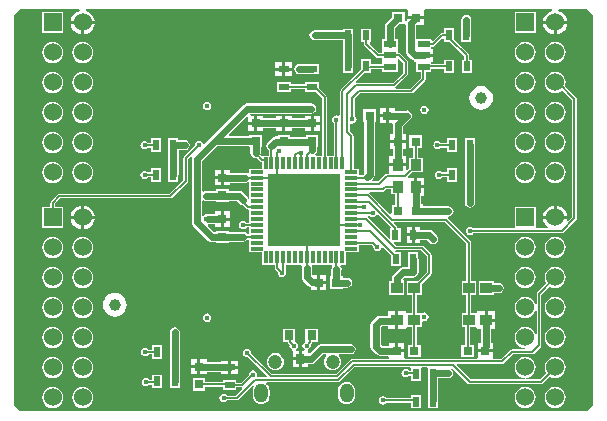
<source format=gbl>
G04*
G04 #@! TF.GenerationSoftware,Altium Limited,Altium Designer,21.4.1 (30)*
G04*
G04 Layer_Physical_Order=4*
G04 Layer_Color=16711680*
%FSLAX44Y44*%
%MOMM*%
G71*
G04*
G04 #@! TF.SameCoordinates,D9E7D647-E61C-487C-AA5F-480CAE51DE59*
G04*
G04*
G04 #@! TF.FilePolarity,Positive*
G04*
G01*
G75*
%ADD18R,0.9000X0.6000*%
%ADD36R,0.8000X0.8000*%
%ADD37C,1.0000*%
%ADD38C,0.1500*%
%ADD39C,0.6000*%
G04:AMPARAMS|DCode=40|XSize=1.2mm|YSize=1.6mm|CornerRadius=0.6mm|HoleSize=0mm|Usage=FLASHONLY|Rotation=180.000|XOffset=0mm|YOffset=0mm|HoleType=Round|Shape=RoundedRectangle|*
%AMROUNDEDRECTD40*
21,1,1.2000,0.4000,0,0,180.0*
21,1,0.0000,1.6000,0,0,180.0*
1,1,1.2000,0.0000,0.2000*
1,1,1.2000,0.0000,0.2000*
1,1,1.2000,0.0000,-0.2000*
1,1,1.2000,0.0000,-0.2000*
%
%ADD40ROUNDEDRECTD40*%
%ADD41C,1.2000*%
%ADD42C,1.5240*%
%ADD43R,1.5240X1.5240*%
%ADD44C,0.4500*%
%ADD51R,0.8000X0.8000*%
%ADD52R,0.8000X0.9000*%
%ADD53R,0.6000X0.9000*%
%ADD54R,6.1000X6.1000*%
%ADD55R,1.0000X0.3000*%
%ADD56R,0.3000X1.0000*%
%ADD57R,1.0500X0.6000*%
%ADD58R,1.0000X0.9700*%
%ADD59R,0.9000X1.0000*%
G36*
X495000Y340000D02*
Y10000D01*
X490000Y5000D01*
Y5000D01*
X10000D01*
X5000Y10000D01*
Y340000D01*
X10000Y345000D01*
X59882D01*
X60148Y343798D01*
X57676Y342775D01*
X55554Y341146D01*
X53925Y339024D01*
X52901Y336552D01*
X52719Y335170D01*
X62800D01*
X72880D01*
X72698Y336552D01*
X71675Y339024D01*
X70046Y341146D01*
X67924Y342775D01*
X65452Y343798D01*
X65718Y345000D01*
X337422D01*
X338460Y344440D01*
X338460Y343730D01*
Y339170D01*
X345000D01*
X351540D01*
Y343730D01*
X351540Y344440D01*
X352578Y345000D01*
X459882D01*
X460148Y343798D01*
X457676Y342775D01*
X455554Y341146D01*
X453925Y339024D01*
X452902Y336552D01*
X452720Y335170D01*
X462800D01*
X472881D01*
X472699Y336552D01*
X471675Y339024D01*
X470046Y341146D01*
X467924Y342775D01*
X465452Y343798D01*
X465718Y345000D01*
X490000D01*
X495000Y340000D01*
D02*
G37*
%LPC*%
G36*
X446270Y342770D02*
X428530D01*
Y325030D01*
X446270D01*
Y342770D01*
D02*
G37*
G36*
X46270D02*
X28530D01*
Y325030D01*
X46270D01*
Y342770D01*
D02*
G37*
G36*
X472881Y332630D02*
X464070D01*
Y323820D01*
X465452Y324002D01*
X467924Y325025D01*
X470046Y326654D01*
X471675Y328776D01*
X472699Y331248D01*
X472881Y332630D01*
D02*
G37*
G36*
X72880D02*
X64070D01*
Y323820D01*
X65452Y324002D01*
X67924Y325025D01*
X70046Y326654D01*
X71675Y328776D01*
X72698Y331248D01*
X72880Y332630D01*
D02*
G37*
G36*
X461530D02*
X452720D01*
X452902Y331248D01*
X453925Y328776D01*
X455554Y326654D01*
X457676Y325025D01*
X460148Y324002D01*
X461530Y323820D01*
Y332630D01*
D02*
G37*
G36*
X61530D02*
X52719D01*
X52901Y331248D01*
X53925Y328776D01*
X55554Y326654D01*
X57676Y325025D01*
X60148Y324002D01*
X61530Y323820D01*
Y332630D01*
D02*
G37*
G36*
X387600Y340633D02*
X385942Y340304D01*
X384536Y339364D01*
X383597Y337958D01*
X383267Y336300D01*
Y323100D01*
X383350Y322682D01*
Y317350D01*
X391850D01*
Y322682D01*
X391933Y323100D01*
Y336300D01*
X391604Y337958D01*
X390664Y339364D01*
X389258Y340304D01*
X387600Y340633D01*
D02*
G37*
G36*
X335250Y343150D02*
X324750D01*
Y338778D01*
X319786Y333814D01*
X318847Y332408D01*
X318517Y330750D01*
Y319850D01*
X316350D01*
Y311620D01*
X316350Y311350D01*
Y310350D01*
X316350Y310080D01*
Y308139D01*
X313445D01*
X305604Y315980D01*
X306130Y317250D01*
X306850D01*
Y328750D01*
X298350D01*
Y317250D01*
X300561D01*
Y316100D01*
X300716Y315320D01*
X301158Y314658D01*
X311158Y304658D01*
X311820Y304216D01*
X312600Y304061D01*
X316350D01*
Y301850D01*
X316350D01*
Y300850D01*
X316350D01*
Y298639D01*
X306850D01*
Y302750D01*
X298350D01*
Y294134D01*
X281158Y276942D01*
X280716Y276280D01*
X280561Y275500D01*
Y255392D01*
X279291Y254713D01*
X278866Y254997D01*
X277500Y255269D01*
X276134Y254997D01*
X274977Y254223D01*
X274203Y253066D01*
X273931Y251700D01*
X274203Y250334D01*
X274977Y249177D01*
X275461Y248853D01*
Y221250D01*
X269639D01*
Y270400D01*
X269639Y270400D01*
X269484Y271180D01*
X269042Y271842D01*
X269042Y271842D01*
X262750Y278134D01*
Y283750D01*
X251250D01*
Y281539D01*
X238750D01*
Y283750D01*
X227250D01*
Y275250D01*
X238750D01*
Y277461D01*
X251250D01*
Y275250D01*
X259866D01*
X265561Y269555D01*
Y221250D01*
X259927D01*
X259541Y222520D01*
X260164Y222936D01*
X261103Y224342D01*
X261433Y226000D01*
Y228250D01*
X262350D01*
Y238750D01*
X251850D01*
Y236833D01*
X238350D01*
Y238850D01*
X227850D01*
Y237433D01*
X226115D01*
X224456Y237103D01*
X223051Y236164D01*
X219536Y232649D01*
X218596Y231243D01*
X218267Y229585D01*
X218596Y227927D01*
X219536Y226521D01*
X220561Y225836D01*
Y221250D01*
X214850D01*
X214850Y221250D01*
Y221250D01*
X213763Y221721D01*
X213193Y222291D01*
X213434Y223500D01*
Y228350D01*
X214350D01*
Y238850D01*
X203850D01*
Y237933D01*
X186821D01*
X186335Y239107D01*
X201290Y254062D01*
X202560Y253536D01*
Y249870D01*
X207830D01*
Y255140D01*
X205414D01*
X204735Y256410D01*
X204907Y256667D01*
X256000D01*
X257658Y256997D01*
X259064Y257936D01*
X260003Y259342D01*
X260333Y261000D01*
X260003Y262658D01*
X259064Y264064D01*
X257658Y265003D01*
X256000Y265333D01*
X202100D01*
X200442Y265003D01*
X199036Y264064D01*
X171636Y236664D01*
X165799Y230827D01*
X164421Y231245D01*
X164397Y231366D01*
X163623Y232523D01*
X162466Y233297D01*
X161100Y233569D01*
X159734Y233297D01*
X158577Y232523D01*
X157803Y231366D01*
X157531Y230000D01*
X157645Y229429D01*
X148658Y220442D01*
X148216Y219780D01*
X148061Y219000D01*
Y200845D01*
X136255Y189039D01*
X43100D01*
X42320Y188884D01*
X41658Y188442D01*
X41658Y188442D01*
X35958Y182742D01*
X35516Y182080D01*
X35361Y181300D01*
Y177680D01*
X28530D01*
Y159940D01*
X46270D01*
Y177680D01*
X39439D01*
Y180455D01*
X43945Y184961D01*
X137100D01*
X137880Y185116D01*
X138542Y185558D01*
X151542Y198558D01*
X151984Y199220D01*
X152139Y200000D01*
Y218155D01*
X154241Y220257D01*
X155412Y219632D01*
X155167Y218400D01*
Y164800D01*
X155497Y163142D01*
X156436Y161736D01*
X168986Y149186D01*
X170392Y148246D01*
X172050Y147917D01*
X175850D01*
Y147250D01*
X186350D01*
Y148167D01*
X198600D01*
X200259Y148496D01*
X201664Y149436D01*
X202349Y150461D01*
X203850D01*
Y139750D01*
X214850D01*
Y128750D01*
X225561D01*
Y125800D01*
X225716Y125020D01*
X226158Y124358D01*
X227845Y122671D01*
X227731Y122100D01*
X228003Y120734D01*
X228777Y119577D01*
X229934Y118803D01*
X231300Y118531D01*
X232666Y118803D01*
X233823Y119577D01*
X234597Y120734D01*
X234869Y122100D01*
X234597Y123466D01*
X234515Y123588D01*
X234639Y124212D01*
X234639Y124212D01*
Y128750D01*
X247950D01*
X248521Y127480D01*
X248267Y126200D01*
X248267Y126200D01*
Y118100D01*
X248597Y116442D01*
X249536Y115036D01*
X253636Y110936D01*
X255042Y109997D01*
X255960Y109814D01*
Y107060D01*
X261230D01*
Y113600D01*
Y120140D01*
X256933D01*
Y126200D01*
X256679Y127480D01*
X257247Y128750D01*
X273626D01*
X273930Y128380D01*
X274246Y127480D01*
X273497Y126358D01*
X273167Y124700D01*
Y118850D01*
X272250D01*
Y108350D01*
X282750D01*
Y109267D01*
X286600D01*
X288258Y109597D01*
X289664Y110536D01*
X290604Y111942D01*
X290933Y113600D01*
X290604Y115259D01*
X289664Y116664D01*
X288258Y117604D01*
X286600Y117934D01*
X282750D01*
Y118850D01*
X281833D01*
Y124297D01*
X281933Y124800D01*
X281603Y126458D01*
X280921Y127480D01*
X281423Y128685D01*
X281483Y128750D01*
X285350D01*
Y139750D01*
X296350D01*
Y145461D01*
X307955D01*
X308912Y144504D01*
X308781Y143844D01*
X309053Y142479D01*
X309826Y141321D01*
X310984Y140547D01*
X312350Y140276D01*
X313715Y140547D01*
X314873Y141321D01*
X315647Y142479D01*
X315695Y142725D01*
X317074Y143142D01*
X323550Y136666D01*
Y128150D01*
X332050D01*
Y139650D01*
X327451D01*
X327427Y139691D01*
X328146Y140961D01*
X349255D01*
X354061Y136155D01*
Y122494D01*
X346666Y115100D01*
X337200D01*
Y102900D01*
X341411D01*
Y88100D01*
X337560D01*
X337200Y88100D01*
X336290Y88969D01*
Y89390D01*
X330020D01*
Y82000D01*
Y74610D01*
X336290D01*
Y75031D01*
X337200Y75900D01*
X337560Y75900D01*
X341411D01*
Y61250D01*
X338350D01*
Y50750D01*
X348850D01*
Y61250D01*
X345489D01*
Y75900D01*
X349700D01*
Y80716D01*
X350970Y81436D01*
X351999Y81231D01*
X353365Y81503D01*
X354523Y82276D01*
X355296Y83434D01*
X355568Y84800D01*
X355296Y86166D01*
X354523Y87323D01*
X353365Y88097D01*
X351999Y88368D01*
X350946Y88159D01*
X349700Y88100D01*
X349700Y88100D01*
X349700Y88100D01*
X345489D01*
Y102900D01*
X349700D01*
Y112366D01*
X357542Y120208D01*
X357542Y120208D01*
X357984Y120870D01*
X358139Y121650D01*
Y137000D01*
X358139Y137000D01*
X357984Y137780D01*
X357542Y138442D01*
X357542Y138442D01*
X351542Y144442D01*
X350880Y144884D01*
X350100Y145039D01*
X327945D01*
X325907Y147077D01*
X326393Y148250D01*
X331850D01*
Y159750D01*
X329168D01*
Y159871D01*
X329013Y160652D01*
X328571Y161313D01*
X328571Y161313D01*
X326193Y163691D01*
X326719Y164961D01*
X369255D01*
X387711Y146505D01*
Y115100D01*
X383500D01*
Y102900D01*
X387711D01*
Y88100D01*
X383500D01*
Y75900D01*
X386561D01*
Y61250D01*
X383350D01*
Y50750D01*
X393850D01*
Y61250D01*
X390639D01*
Y75900D01*
X395640D01*
X396000Y75900D01*
X396910Y75031D01*
Y74610D01*
X400117D01*
Y62540D01*
X397060D01*
Y57270D01*
X410140D01*
Y62540D01*
X408783D01*
Y74610D01*
X411990D01*
Y80730D01*
X404450D01*
Y82000D01*
X403180D01*
Y89390D01*
X396910D01*
Y88969D01*
X396000Y88100D01*
X395640Y88100D01*
X391789D01*
Y102900D01*
X396000D01*
Y115100D01*
X391789D01*
Y147350D01*
X391634Y148130D01*
X391192Y148792D01*
X391192Y148792D01*
X371687Y168297D01*
X371783Y168893D01*
X372145Y169567D01*
X372400D01*
X374058Y169897D01*
X375464Y170836D01*
X376403Y172242D01*
X376733Y173900D01*
X376403Y175558D01*
X375464Y176964D01*
X374058Y177903D01*
X372400Y178233D01*
X351140D01*
Y180540D01*
X349183D01*
Y187210D01*
X351890D01*
Y193480D01*
X344850D01*
Y194750D01*
X343580D01*
Y202290D01*
X338570D01*
X338044Y203560D01*
X341484Y207000D01*
X350600D01*
Y219500D01*
X346639D01*
Y227750D01*
X349850D01*
Y238250D01*
X339350D01*
Y227750D01*
X342561D01*
Y219500D01*
X339100D01*
Y210384D01*
X337563Y208847D01*
X336390Y209333D01*
Y211980D01*
X329350D01*
X322310D01*
Y206039D01*
X320100D01*
X319320Y205884D01*
X318658Y205442D01*
X312755Y199539D01*
X308363D01*
X307837Y200809D01*
X308664Y201636D01*
X309603Y203042D01*
X309933Y204700D01*
Y249750D01*
X310850D01*
Y260250D01*
X300350D01*
Y249750D01*
X301267D01*
Y206495D01*
X300636Y205864D01*
X299751Y204539D01*
X296350D01*
Y210250D01*
X292139D01*
Y237500D01*
X292139Y237500D01*
X291984Y238280D01*
X291542Y238942D01*
X288839Y241645D01*
Y247757D01*
X290109Y248519D01*
X291050Y248331D01*
X292416Y248603D01*
X293573Y249377D01*
X294347Y250534D01*
X294619Y251900D01*
X294347Y253266D01*
X293573Y254423D01*
X293089Y254747D01*
Y269405D01*
X297545Y273861D01*
X341000D01*
X341780Y274016D01*
X342442Y274458D01*
X352542Y284558D01*
X352984Y285220D01*
X353139Y286000D01*
Y292350D01*
X357850D01*
Y294661D01*
X368550D01*
Y290950D01*
X377050D01*
Y302450D01*
X368550D01*
Y298739D01*
X357850D01*
Y300560D01*
X359140D01*
Y304830D01*
X351350D01*
Y307370D01*
X359140D01*
Y311640D01*
X357850D01*
Y313561D01*
X359300D01*
X360080Y313716D01*
X360742Y314158D01*
X367080Y320496D01*
X368350Y319970D01*
Y317350D01*
X373866D01*
X385761Y305455D01*
Y302450D01*
X383550D01*
Y290950D01*
X392050D01*
Y302450D01*
X389839D01*
Y306300D01*
X389684Y307080D01*
X389242Y307742D01*
X376889Y320095D01*
Y320850D01*
X376889Y320850D01*
X376850Y321047D01*
Y328850D01*
X368350D01*
Y325139D01*
X366800D01*
X366800Y325139D01*
X366020Y324984D01*
X365358Y324542D01*
X359120Y318304D01*
X357850Y318830D01*
Y319850D01*
X344850D01*
X344733Y321072D01*
Y331360D01*
X351540D01*
Y336630D01*
X345000D01*
X337602D01*
X337336Y336364D01*
X336520Y335143D01*
X335746Y335183D01*
X335250Y335354D01*
Y343150D01*
D02*
G37*
G36*
X462800Y317446D02*
X460485Y317142D01*
X458327Y316248D01*
X456474Y314826D01*
X455052Y312973D01*
X454158Y310816D01*
X453854Y308500D01*
X454158Y306185D01*
X455052Y304027D01*
X456474Y302174D01*
X458327Y300752D01*
X460485Y299858D01*
X462800Y299554D01*
X465116Y299858D01*
X467273Y300752D01*
X469126Y302174D01*
X470548Y304027D01*
X471442Y306185D01*
X471747Y308500D01*
X471442Y310816D01*
X470548Y312973D01*
X469126Y314826D01*
X467273Y316248D01*
X465116Y317142D01*
X462800Y317446D01*
D02*
G37*
G36*
X437400D02*
X435085Y317142D01*
X432927Y316248D01*
X431074Y314826D01*
X429652Y312973D01*
X428758Y310816D01*
X428454Y308500D01*
X428758Y306185D01*
X429652Y304027D01*
X431074Y302174D01*
X432927Y300752D01*
X435085Y299858D01*
X437400Y299554D01*
X439716Y299858D01*
X441873Y300752D01*
X443726Y302174D01*
X445148Y304027D01*
X446042Y306185D01*
X446347Y308500D01*
X446042Y310816D01*
X445148Y312973D01*
X443726Y314826D01*
X441873Y316248D01*
X439716Y317142D01*
X437400Y317446D01*
D02*
G37*
G36*
X62800D02*
X60484Y317142D01*
X58327Y316248D01*
X56474Y314826D01*
X55052Y312973D01*
X54158Y310816D01*
X53853Y308500D01*
X54158Y306185D01*
X55052Y304027D01*
X56474Y302174D01*
X58327Y300752D01*
X60484Y299858D01*
X62800Y299554D01*
X65115Y299858D01*
X67273Y300752D01*
X69126Y302174D01*
X70548Y304027D01*
X71442Y306185D01*
X71746Y308500D01*
X71442Y310816D01*
X70548Y312973D01*
X69126Y314826D01*
X67273Y316248D01*
X65115Y317142D01*
X62800Y317446D01*
D02*
G37*
G36*
X37400D02*
X35084Y317142D01*
X32927Y316248D01*
X31074Y314826D01*
X29652Y312973D01*
X28758Y310816D01*
X28453Y308500D01*
X28758Y306185D01*
X29652Y304027D01*
X31074Y302174D01*
X32927Y300752D01*
X35084Y299858D01*
X37400Y299554D01*
X39715Y299858D01*
X41873Y300752D01*
X43726Y302174D01*
X45148Y304027D01*
X46042Y306185D01*
X46346Y308500D01*
X46042Y310816D01*
X45148Y312973D01*
X43726Y314826D01*
X41873Y316248D01*
X39715Y317142D01*
X37400Y317446D01*
D02*
G37*
G36*
X240040Y300040D02*
X234270D01*
Y295770D01*
X240040D01*
Y300040D01*
D02*
G37*
G36*
X231730D02*
X225960D01*
Y295770D01*
X231730D01*
Y300040D01*
D02*
G37*
G36*
X291850Y328750D02*
X283350D01*
Y327333D01*
X259100D01*
X257442Y327003D01*
X256036Y326064D01*
X255097Y324658D01*
X254767Y323000D01*
X255097Y321342D01*
X256036Y319936D01*
X257442Y318997D01*
X259100Y318667D01*
X283267D01*
Y297000D01*
X283350Y296581D01*
Y291250D01*
X291850D01*
Y296581D01*
X291933Y297000D01*
Y322999D01*
X291933Y323000D01*
X291850Y323419D01*
Y328750D01*
D02*
G37*
G36*
X257000Y298833D02*
X246100D01*
X244442Y298503D01*
X243036Y297564D01*
X242097Y296158D01*
X241767Y294500D01*
X242097Y292842D01*
X243036Y291436D01*
X244442Y290497D01*
X246100Y290167D01*
X246100Y290167D01*
X257000D01*
X257419Y290250D01*
X262750D01*
Y298750D01*
X257419D01*
X257000Y298833D01*
D02*
G37*
G36*
X240040Y293230D02*
X234270D01*
Y288960D01*
X240040D01*
Y293230D01*
D02*
G37*
G36*
X231730D02*
X225960D01*
Y288960D01*
X231730D01*
Y293230D01*
D02*
G37*
G36*
X437400Y292047D02*
X435085Y291742D01*
X432927Y290848D01*
X431074Y289426D01*
X429652Y287573D01*
X428758Y285415D01*
X428454Y283100D01*
X428758Y280784D01*
X429652Y278627D01*
X431074Y276774D01*
X432927Y275352D01*
X435085Y274458D01*
X437400Y274153D01*
X439716Y274458D01*
X441873Y275352D01*
X443726Y276774D01*
X445148Y278627D01*
X446042Y280784D01*
X446347Y283100D01*
X446042Y285415D01*
X445148Y287573D01*
X443726Y289426D01*
X441873Y290848D01*
X439716Y291742D01*
X437400Y292047D01*
D02*
G37*
G36*
X62800D02*
X60484Y291742D01*
X58327Y290848D01*
X56474Y289426D01*
X55052Y287573D01*
X54158Y285415D01*
X53853Y283100D01*
X54158Y280784D01*
X55052Y278627D01*
X56474Y276774D01*
X58327Y275352D01*
X60484Y274458D01*
X62800Y274153D01*
X65115Y274458D01*
X67273Y275352D01*
X69126Y276774D01*
X70548Y278627D01*
X71442Y280784D01*
X71746Y283100D01*
X71442Y285415D01*
X70548Y287573D01*
X69126Y289426D01*
X67273Y290848D01*
X65115Y291742D01*
X62800Y292047D01*
D02*
G37*
G36*
X37400D02*
X35084Y291742D01*
X32927Y290848D01*
X31074Y289426D01*
X29652Y287573D01*
X28758Y285415D01*
X28453Y283100D01*
X28758Y280784D01*
X29652Y278627D01*
X31074Y276774D01*
X32927Y275352D01*
X35084Y274458D01*
X37400Y274153D01*
X39715Y274458D01*
X41873Y275352D01*
X43726Y276774D01*
X45148Y278627D01*
X46042Y280784D01*
X46346Y283100D01*
X46042Y285415D01*
X45148Y287573D01*
X43726Y289426D01*
X41873Y290848D01*
X39715Y291742D01*
X37400Y292047D01*
D02*
G37*
G36*
X400000Y280086D02*
X397389Y279743D01*
X394957Y278735D01*
X392868Y277132D01*
X391265Y275043D01*
X390257Y272610D01*
X389914Y270000D01*
X390257Y267390D01*
X391265Y264957D01*
X392868Y262868D01*
X394957Y261265D01*
X397389Y260257D01*
X400000Y259914D01*
X402611Y260257D01*
X405043Y261265D01*
X407132Y262868D01*
X408735Y264957D01*
X409743Y267390D01*
X410086Y270000D01*
X409743Y272610D01*
X408735Y275043D01*
X407132Y277132D01*
X405043Y278735D01*
X402611Y279743D01*
X400000Y280086D01*
D02*
G37*
G36*
X168100Y266569D02*
X166734Y266297D01*
X165577Y265523D01*
X164803Y264366D01*
X164531Y263000D01*
X164803Y261634D01*
X165577Y260477D01*
X166734Y259703D01*
X168100Y259431D01*
X169466Y259703D01*
X170623Y260477D01*
X171397Y261634D01*
X171669Y263000D01*
X171397Y264366D01*
X170623Y265523D01*
X169466Y266297D01*
X168100Y266569D01*
D02*
G37*
G36*
X352100Y263569D02*
X350734Y263297D01*
X349576Y262524D01*
X348803Y261366D01*
X348531Y260000D01*
X348803Y258635D01*
X349576Y257477D01*
X350734Y256703D01*
X352100Y256432D01*
X353465Y256703D01*
X354623Y257477D01*
X355397Y258635D01*
X355668Y260000D01*
X355397Y261366D01*
X354623Y262524D01*
X353465Y263297D01*
X352100Y263569D01*
D02*
G37*
G36*
X319330Y261540D02*
X314060D01*
Y256270D01*
X319330D01*
Y261540D01*
D02*
G37*
G36*
X231830Y255140D02*
X226560D01*
Y252934D01*
X215640D01*
Y255140D01*
X210370D01*
Y248600D01*
Y242060D01*
X215640D01*
Y244267D01*
X226560D01*
Y242060D01*
X231830D01*
Y248600D01*
Y255140D01*
D02*
G37*
G36*
X263640Y255040D02*
X258370D01*
Y249770D01*
X263640D01*
Y255040D01*
D02*
G37*
G36*
X462800Y266646D02*
X460485Y266342D01*
X458327Y265448D01*
X456474Y264026D01*
X455052Y262173D01*
X454158Y260016D01*
X453854Y257700D01*
X454158Y255385D01*
X455052Y253227D01*
X456474Y251374D01*
X458327Y249952D01*
X460485Y249058D01*
X462800Y248754D01*
X465116Y249058D01*
X467273Y249952D01*
X469126Y251374D01*
X470548Y253227D01*
X471442Y255385D01*
X471747Y257700D01*
X471442Y260016D01*
X470548Y262173D01*
X469126Y264026D01*
X467273Y265448D01*
X465116Y266342D01*
X462800Y266646D01*
D02*
G37*
G36*
X437400D02*
X435085Y266342D01*
X432927Y265448D01*
X431074Y264026D01*
X429652Y262173D01*
X428758Y260016D01*
X428454Y257700D01*
X428758Y255385D01*
X429652Y253227D01*
X431074Y251374D01*
X432927Y249952D01*
X435085Y249058D01*
X437400Y248754D01*
X439716Y249058D01*
X441873Y249952D01*
X443726Y251374D01*
X445148Y253227D01*
X446042Y255385D01*
X446347Y257700D01*
X446042Y260016D01*
X445148Y262173D01*
X443726Y264026D01*
X441873Y265448D01*
X439716Y266342D01*
X437400Y266646D01*
D02*
G37*
G36*
X62800D02*
X60484Y266342D01*
X58327Y265448D01*
X56474Y264026D01*
X55052Y262173D01*
X54158Y260016D01*
X53853Y257700D01*
X54158Y255385D01*
X55052Y253227D01*
X56474Y251374D01*
X58327Y249952D01*
X60484Y249058D01*
X62800Y248754D01*
X65115Y249058D01*
X67273Y249952D01*
X69126Y251374D01*
X70548Y253227D01*
X71442Y255385D01*
X71746Y257700D01*
X71442Y260016D01*
X70548Y262173D01*
X69126Y264026D01*
X67273Y265448D01*
X65115Y266342D01*
X62800Y266646D01*
D02*
G37*
G36*
X37400D02*
X35084Y266342D01*
X32927Y265448D01*
X31074Y264026D01*
X29652Y262173D01*
X28758Y260016D01*
X28453Y257700D01*
X28758Y255385D01*
X29652Y253227D01*
X31074Y251374D01*
X32927Y249952D01*
X35084Y249058D01*
X37400Y248754D01*
X39715Y249058D01*
X41873Y249952D01*
X43726Y251374D01*
X45148Y253227D01*
X46042Y255385D01*
X46346Y257700D01*
X46042Y260016D01*
X45148Y262173D01*
X43726Y264026D01*
X41873Y265448D01*
X39715Y266342D01*
X37400Y266646D01*
D02*
G37*
G36*
X319330Y253730D02*
X314060D01*
Y248460D01*
X319330D01*
Y253730D01*
D02*
G37*
G36*
X207830Y247330D02*
X202560D01*
Y242060D01*
X207830D01*
Y247330D01*
D02*
G37*
G36*
X263640Y247230D02*
X258370D01*
Y241960D01*
X263640D01*
Y247230D01*
D02*
G37*
G36*
X239640Y255140D02*
X234370D01*
Y248600D01*
Y242060D01*
X239640D01*
Y244267D01*
X244984D01*
X245488Y244167D01*
X250560D01*
Y241960D01*
X255830D01*
Y248500D01*
Y255040D01*
X250560D01*
Y252833D01*
X245892D01*
X245388Y252934D01*
X239640D01*
Y255140D01*
D02*
G37*
G36*
X327140Y261540D02*
X321870D01*
Y255000D01*
Y248460D01*
X324843D01*
X325467Y247700D01*
Y239540D01*
X323060D01*
Y234270D01*
X329600D01*
X336140D01*
Y239540D01*
X334133D01*
Y245905D01*
X340264Y252036D01*
X341204Y253442D01*
X341533Y255100D01*
X341204Y256758D01*
X340264Y258164D01*
X338858Y259104D01*
X337200Y259433D01*
X336697Y259333D01*
X327140D01*
Y261540D01*
D02*
G37*
G36*
X379850Y235750D02*
X371350D01*
Y232039D01*
X365947D01*
X365624Y232523D01*
X364466Y233297D01*
X363100Y233568D01*
X361735Y233297D01*
X360577Y232523D01*
X359803Y231365D01*
X359532Y230000D01*
X359803Y228634D01*
X360577Y227476D01*
X361735Y226703D01*
X363100Y226431D01*
X364466Y226703D01*
X365624Y227476D01*
X365947Y227961D01*
X371350D01*
Y224250D01*
X379850D01*
Y235750D01*
D02*
G37*
G36*
X128850D02*
X120350D01*
Y232039D01*
X117947D01*
X117623Y232523D01*
X116466Y233297D01*
X115100Y233569D01*
X113734Y233297D01*
X112577Y232523D01*
X111803Y231366D01*
X111531Y230000D01*
X111803Y228634D01*
X112577Y227477D01*
X113734Y226703D01*
X115100Y226431D01*
X116466Y226703D01*
X117623Y227477D01*
X117947Y227961D01*
X120350D01*
Y224250D01*
X128850D01*
Y235750D01*
D02*
G37*
G36*
X462800Y241246D02*
X460485Y240942D01*
X458327Y240048D01*
X456474Y238626D01*
X455052Y236773D01*
X454158Y234615D01*
X453854Y232300D01*
X454158Y229984D01*
X455052Y227827D01*
X456474Y225974D01*
X458327Y224552D01*
X460485Y223658D01*
X462800Y223354D01*
X465116Y223658D01*
X467273Y224552D01*
X469126Y225974D01*
X470548Y227827D01*
X471442Y229984D01*
X471747Y232300D01*
X471442Y234615D01*
X470548Y236773D01*
X469126Y238626D01*
X467273Y240048D01*
X465116Y240942D01*
X462800Y241246D01*
D02*
G37*
G36*
X437400D02*
X435085Y240942D01*
X432927Y240048D01*
X431074Y238626D01*
X429652Y236773D01*
X428758Y234615D01*
X428454Y232300D01*
X428758Y229984D01*
X429652Y227827D01*
X431074Y225974D01*
X432927Y224552D01*
X435085Y223658D01*
X437400Y223354D01*
X439716Y223658D01*
X441873Y224552D01*
X443726Y225974D01*
X445148Y227827D01*
X446042Y229984D01*
X446347Y232300D01*
X446042Y234615D01*
X445148Y236773D01*
X443726Y238626D01*
X441873Y240048D01*
X439716Y240942D01*
X437400Y241246D01*
D02*
G37*
G36*
X62800D02*
X60484Y240942D01*
X58327Y240048D01*
X56474Y238626D01*
X55052Y236773D01*
X54158Y234615D01*
X53853Y232300D01*
X54158Y229984D01*
X55052Y227827D01*
X56474Y225974D01*
X58327Y224552D01*
X60484Y223658D01*
X62800Y223354D01*
X65115Y223658D01*
X67273Y224552D01*
X69126Y225974D01*
X70548Y227827D01*
X71442Y229984D01*
X71746Y232300D01*
X71442Y234615D01*
X70548Y236773D01*
X69126Y238626D01*
X67273Y240048D01*
X65115Y240942D01*
X62800Y241246D01*
D02*
G37*
G36*
X37400D02*
X35084Y240942D01*
X32927Y240048D01*
X31074Y238626D01*
X29652Y236773D01*
X28758Y234615D01*
X28453Y232300D01*
X28758Y229984D01*
X29652Y227827D01*
X31074Y225974D01*
X32927Y224552D01*
X35084Y223658D01*
X37400Y223354D01*
X39715Y223658D01*
X41873Y224552D01*
X43726Y225974D01*
X45148Y227827D01*
X46042Y229984D01*
X46346Y232300D01*
X46042Y234615D01*
X45148Y236773D01*
X43726Y238626D01*
X41873Y240048D01*
X39715Y240942D01*
X37400Y241246D01*
D02*
G37*
G36*
X336140Y231730D02*
X329600D01*
X323060D01*
Y226460D01*
X325467D01*
Y220790D01*
X322310D01*
Y214520D01*
X329350D01*
X336390D01*
Y220790D01*
X334133D01*
Y226460D01*
X336140D01*
Y231730D01*
D02*
G37*
G36*
X128850Y210750D02*
X120350D01*
Y207039D01*
X117947D01*
X117623Y207523D01*
X116466Y208297D01*
X115100Y208569D01*
X113734Y208297D01*
X112577Y207523D01*
X111803Y206366D01*
X111531Y205000D01*
X111803Y203634D01*
X112577Y202477D01*
X113734Y201703D01*
X115100Y201431D01*
X116466Y201703D01*
X117623Y202477D01*
X117947Y202961D01*
X120350D01*
Y199250D01*
X128850D01*
Y210750D01*
D02*
G37*
G36*
X379750Y210650D02*
X371250D01*
Y206939D01*
X367047D01*
X366723Y207423D01*
X365566Y208197D01*
X364200Y208469D01*
X362834Y208197D01*
X361677Y207423D01*
X360903Y206266D01*
X360631Y204900D01*
X360903Y203534D01*
X361677Y202377D01*
X362834Y201603D01*
X364200Y201331D01*
X365566Y201603D01*
X366723Y202377D01*
X367047Y202861D01*
X371250D01*
Y199150D01*
X379750D01*
Y210650D01*
D02*
G37*
G36*
X143850Y235750D02*
X135350D01*
Y230418D01*
X135267Y230000D01*
Y205000D01*
X135350Y204582D01*
Y199250D01*
X143850D01*
Y204582D01*
X143933Y205000D01*
Y225667D01*
X149100D01*
X150758Y225997D01*
X152164Y226936D01*
X153103Y228342D01*
X153433Y230000D01*
X153103Y231658D01*
X152164Y233064D01*
X150758Y234003D01*
X149100Y234333D01*
X143850D01*
Y235750D01*
D02*
G37*
G36*
X462800Y215847D02*
X460485Y215542D01*
X458327Y214648D01*
X456474Y213226D01*
X455052Y211373D01*
X454158Y209216D01*
X453854Y206900D01*
X454158Y204585D01*
X455052Y202427D01*
X456474Y200574D01*
X458327Y199152D01*
X460485Y198258D01*
X462800Y197953D01*
X465116Y198258D01*
X467273Y199152D01*
X469126Y200574D01*
X470548Y202427D01*
X471442Y204585D01*
X471747Y206900D01*
X471442Y209216D01*
X470548Y211373D01*
X469126Y213226D01*
X467273Y214648D01*
X465116Y215542D01*
X462800Y215847D01*
D02*
G37*
G36*
X437400D02*
X435085Y215542D01*
X432927Y214648D01*
X431074Y213226D01*
X429652Y211373D01*
X428758Y209216D01*
X428454Y206900D01*
X428758Y204585D01*
X429652Y202427D01*
X431074Y200574D01*
X432927Y199152D01*
X435085Y198258D01*
X437400Y197953D01*
X439716Y198258D01*
X441873Y199152D01*
X443726Y200574D01*
X445148Y202427D01*
X446042Y204585D01*
X446347Y206900D01*
X446042Y209216D01*
X445148Y211373D01*
X443726Y213226D01*
X441873Y214648D01*
X439716Y215542D01*
X437400Y215847D01*
D02*
G37*
G36*
X62800D02*
X60484Y215542D01*
X58327Y214648D01*
X56474Y213226D01*
X55052Y211373D01*
X54158Y209216D01*
X53853Y206900D01*
X54158Y204585D01*
X55052Y202427D01*
X56474Y200574D01*
X58327Y199152D01*
X60484Y198258D01*
X62800Y197953D01*
X65115Y198258D01*
X67273Y199152D01*
X69126Y200574D01*
X70548Y202427D01*
X71442Y204585D01*
X71746Y206900D01*
X71442Y209216D01*
X70548Y211373D01*
X69126Y213226D01*
X67273Y214648D01*
X65115Y215542D01*
X62800Y215847D01*
D02*
G37*
G36*
X37400D02*
X35084Y215542D01*
X32927Y214648D01*
X31074Y213226D01*
X29652Y211373D01*
X28758Y209216D01*
X28453Y206900D01*
X28758Y204585D01*
X29652Y202427D01*
X31074Y200574D01*
X32927Y199152D01*
X35084Y198258D01*
X37400Y197953D01*
X39715Y198258D01*
X41873Y199152D01*
X43726Y200574D01*
X45148Y202427D01*
X46042Y204585D01*
X46346Y206900D01*
X46042Y209216D01*
X45148Y211373D01*
X43726Y213226D01*
X41873Y214648D01*
X39715Y215542D01*
X37400Y215847D01*
D02*
G37*
G36*
X351890Y202290D02*
X346120D01*
Y196020D01*
X351890D01*
Y202290D01*
D02*
G37*
G36*
X394850Y235750D02*
X386350D01*
Y230418D01*
X386267Y230000D01*
Y210650D01*
X386250D01*
Y205319D01*
X386167Y204900D01*
Y181300D01*
X386497Y179642D01*
X387436Y178236D01*
X388842Y177296D01*
X390500Y176967D01*
X392158Y177296D01*
X393564Y178236D01*
X394504Y179642D01*
X394833Y181300D01*
Y204497D01*
X394933Y205000D01*
Y230000D01*
X394850Y230418D01*
Y235750D01*
D02*
G37*
G36*
X464070Y178891D02*
Y170080D01*
X472881D01*
X472699Y171462D01*
X471675Y173934D01*
X470046Y176056D01*
X467924Y177685D01*
X465452Y178709D01*
X464070Y178891D01*
D02*
G37*
G36*
X64070D02*
Y170080D01*
X72880D01*
X72698Y171462D01*
X71675Y173934D01*
X70046Y176056D01*
X67924Y177685D01*
X65452Y178709D01*
X64070Y178891D01*
D02*
G37*
G36*
X461530D02*
X460148Y178709D01*
X457676Y177685D01*
X455554Y176056D01*
X453925Y173934D01*
X452902Y171462D01*
X452720Y170080D01*
X461530D01*
Y178891D01*
D02*
G37*
G36*
X61530D02*
X60148Y178709D01*
X57676Y177685D01*
X55554Y176056D01*
X53925Y173934D01*
X52901Y171462D01*
X52719Y170080D01*
X61530D01*
Y178891D01*
D02*
G37*
G36*
X462800Y292047D02*
X460485Y291742D01*
X458327Y290848D01*
X456474Y289426D01*
X455052Y287573D01*
X454158Y285415D01*
X453854Y283100D01*
X454158Y280784D01*
X455052Y278627D01*
X456474Y276774D01*
X458327Y275352D01*
X460485Y274458D01*
X462800Y274153D01*
X465116Y274458D01*
X467273Y275352D01*
X468739Y276477D01*
X477061Y268155D01*
Y168845D01*
X473861Y165644D01*
X472981Y166033D01*
X472717Y166297D01*
X472881Y167540D01*
X462800D01*
X452720D01*
X452902Y166158D01*
X453925Y163686D01*
X455554Y161564D01*
X456538Y160809D01*
X456106Y159539D01*
X447374D01*
X446270Y159940D01*
X446270Y160809D01*
Y177680D01*
X428530D01*
Y160809D01*
X428530Y159940D01*
X427426Y159539D01*
X393613D01*
X393223Y160123D01*
X392065Y160897D01*
X390699Y161168D01*
X389334Y160897D01*
X388176Y160123D01*
X387402Y158965D01*
X387131Y157600D01*
X387402Y156234D01*
X388176Y155076D01*
X389334Y154303D01*
X390699Y154031D01*
X392065Y154303D01*
X393223Y155076D01*
X393479Y155461D01*
X468600D01*
X469380Y155616D01*
X470042Y156058D01*
X480542Y166558D01*
X480542Y166558D01*
X480984Y167220D01*
X481139Y168000D01*
X481139Y168000D01*
Y269000D01*
X480984Y269780D01*
X480542Y270442D01*
X480542Y270442D01*
X471078Y279906D01*
X471442Y280784D01*
X471747Y283100D01*
X471442Y285415D01*
X470548Y287573D01*
X469126Y289426D01*
X467273Y290848D01*
X465116Y291742D01*
X462800Y292047D01*
D02*
G37*
G36*
X72880Y167540D02*
X64070D01*
Y158730D01*
X65452Y158912D01*
X67924Y159935D01*
X70046Y161564D01*
X71675Y163686D01*
X72698Y166158D01*
X72880Y167540D01*
D02*
G37*
G36*
X61530D02*
X52719D01*
X52901Y166158D01*
X53925Y163686D01*
X55554Y161564D01*
X57676Y159935D01*
X60148Y158912D01*
X61530Y158730D01*
Y167540D01*
D02*
G37*
G36*
X341330Y161040D02*
X337060D01*
Y155270D01*
X341330D01*
Y161040D01*
D02*
G37*
G36*
Y152730D02*
X337060D01*
Y146960D01*
X341330D01*
Y152730D01*
D02*
G37*
G36*
X348140Y161040D02*
X343870D01*
Y154000D01*
Y146960D01*
X348140D01*
Y149667D01*
X354205D01*
X356536Y147336D01*
X357942Y146397D01*
X359600Y146067D01*
X361258Y146397D01*
X362664Y147336D01*
X363603Y148742D01*
X363933Y150400D01*
X363603Y152058D01*
X362664Y153464D01*
X359064Y157064D01*
X357658Y158003D01*
X356000Y158333D01*
X348140D01*
Y161040D01*
D02*
G37*
G36*
X462800Y152357D02*
X460485Y152052D01*
X458327Y151158D01*
X456474Y149736D01*
X455052Y147883D01*
X454158Y145726D01*
X453854Y143410D01*
X454158Y141095D01*
X455052Y138937D01*
X456474Y137084D01*
X458327Y135662D01*
X460485Y134768D01*
X462800Y134464D01*
X465116Y134768D01*
X467273Y135662D01*
X469126Y137084D01*
X470548Y138937D01*
X471442Y141095D01*
X471747Y143410D01*
X471442Y145726D01*
X470548Y147883D01*
X469126Y149736D01*
X467273Y151158D01*
X465116Y152052D01*
X462800Y152357D01*
D02*
G37*
G36*
X437400D02*
X435085Y152052D01*
X432927Y151158D01*
X431074Y149736D01*
X429652Y147883D01*
X428758Y145726D01*
X428454Y143410D01*
X428758Y141095D01*
X429652Y138937D01*
X431074Y137084D01*
X432927Y135662D01*
X435085Y134768D01*
X437400Y134464D01*
X439716Y134768D01*
X441873Y135662D01*
X443726Y137084D01*
X445148Y138937D01*
X446042Y141095D01*
X446347Y143410D01*
X446042Y145726D01*
X445148Y147883D01*
X443726Y149736D01*
X441873Y151158D01*
X439716Y152052D01*
X437400Y152357D01*
D02*
G37*
G36*
X62800D02*
X60484Y152052D01*
X58327Y151158D01*
X56474Y149736D01*
X55052Y147883D01*
X54158Y145726D01*
X53853Y143410D01*
X54158Y141095D01*
X55052Y138937D01*
X56474Y137084D01*
X58327Y135662D01*
X60484Y134768D01*
X62800Y134464D01*
X65115Y134768D01*
X67273Y135662D01*
X69126Y137084D01*
X70548Y138937D01*
X71442Y141095D01*
X71746Y143410D01*
X71442Y145726D01*
X70548Y147883D01*
X69126Y149736D01*
X67273Y151158D01*
X65115Y152052D01*
X62800Y152357D01*
D02*
G37*
G36*
X37400D02*
X35084Y152052D01*
X32927Y151158D01*
X31074Y149736D01*
X29652Y147883D01*
X28758Y145726D01*
X28453Y143410D01*
X28758Y141095D01*
X29652Y138937D01*
X31074Y137084D01*
X32927Y135662D01*
X35084Y134768D01*
X37400Y134464D01*
X39715Y134768D01*
X41873Y135662D01*
X43726Y137084D01*
X45148Y138937D01*
X46042Y141095D01*
X46346Y143410D01*
X46042Y145726D01*
X45148Y147883D01*
X43726Y149736D01*
X41873Y151158D01*
X39715Y152052D01*
X37400Y152357D01*
D02*
G37*
G36*
X269040Y120140D02*
X263770D01*
Y114870D01*
X269040D01*
Y120140D01*
D02*
G37*
G36*
X462800Y126957D02*
X460485Y126652D01*
X458327Y125758D01*
X456474Y124336D01*
X455052Y122483D01*
X454158Y120326D01*
X453854Y118010D01*
X454158Y115695D01*
X455052Y113537D01*
X455222Y113316D01*
X447658Y105752D01*
X447216Y105090D01*
X447061Y104310D01*
Y95784D01*
X445791Y95532D01*
X445148Y97083D01*
X443726Y98936D01*
X441873Y100358D01*
X439716Y101252D01*
X437400Y101557D01*
X435085Y101252D01*
X432927Y100358D01*
X431074Y98936D01*
X429652Y97083D01*
X428758Y94926D01*
X428454Y92610D01*
X428758Y90295D01*
X429652Y88137D01*
X431074Y86284D01*
X432927Y84862D01*
X435085Y83968D01*
X437400Y83664D01*
X439716Y83968D01*
X441873Y84862D01*
X443726Y86284D01*
X445148Y88137D01*
X445791Y89689D01*
X447061Y89436D01*
Y70384D01*
X445791Y70132D01*
X445148Y71683D01*
X443726Y73536D01*
X441873Y74958D01*
X439716Y75852D01*
X437400Y76157D01*
X435085Y75852D01*
X432927Y74958D01*
X431074Y73536D01*
X429652Y71683D01*
X428758Y69526D01*
X428454Y67210D01*
X428758Y64895D01*
X429652Y62737D01*
X431074Y60884D01*
X432927Y59462D01*
X435085Y58569D01*
X437054Y58309D01*
X436971Y57039D01*
X426100D01*
X426100Y57039D01*
X425320Y56884D01*
X424658Y56442D01*
X424658Y56442D01*
X417255Y49039D01*
X411236D01*
X410140Y49460D01*
X410140Y50309D01*
Y54730D01*
X397060D01*
X397060Y49460D01*
X395964Y49039D01*
X336236D01*
X335140Y49460D01*
X335140Y50309D01*
Y54730D01*
X328600D01*
Y56000D01*
X327330D01*
Y62540D01*
X322060D01*
Y60333D01*
X316010D01*
X315033Y61310D01*
Y75990D01*
X316010Y76967D01*
X321210D01*
Y74610D01*
X327480D01*
Y82000D01*
Y89390D01*
X321210D01*
Y85633D01*
X314215D01*
X312556Y85303D01*
X311151Y84364D01*
X307636Y80849D01*
X306697Y79443D01*
X306367Y77785D01*
Y59515D01*
X306697Y57856D01*
X307636Y56451D01*
X311151Y52936D01*
X312556Y51997D01*
X314215Y51667D01*
X321162D01*
X322060Y50769D01*
X322060Y49460D01*
X320964Y49039D01*
X291011D01*
X291011Y49039D01*
X290231Y48884D01*
X289569Y48442D01*
X289569Y48442D01*
X277466Y36339D01*
X222645D01*
X205555Y53429D01*
X205669Y54000D01*
X205397Y55366D01*
X204623Y56523D01*
X203466Y57297D01*
X202100Y57569D01*
X200734Y57297D01*
X199577Y56523D01*
X198803Y55366D01*
X198531Y54000D01*
X198803Y52634D01*
X199577Y51477D01*
X200734Y50703D01*
X202100Y50431D01*
X202671Y50545D01*
X218604Y34613D01*
X218118Y33439D01*
X211098D01*
X210391Y34709D01*
X210602Y35767D01*
X210330Y37132D01*
X209557Y38290D01*
X208399Y39064D01*
X207033Y39335D01*
X205667Y39064D01*
X204510Y38290D01*
X203736Y37132D01*
X203465Y35767D01*
X203517Y35501D01*
X197055Y29039D01*
X192850D01*
Y31250D01*
X181350D01*
Y29539D01*
X166350D01*
Y32750D01*
X155850D01*
Y22250D01*
X166350D01*
Y25461D01*
X181350D01*
Y22750D01*
X192850D01*
Y24961D01*
X197381D01*
X197912Y23696D01*
X192255Y18039D01*
X184947D01*
X184623Y18523D01*
X183466Y19297D01*
X182100Y19569D01*
X180734Y19297D01*
X179577Y18523D01*
X178803Y17366D01*
X178531Y16000D01*
X178803Y14634D01*
X179577Y13477D01*
X180734Y12703D01*
X182100Y12431D01*
X183466Y12703D01*
X184623Y13477D01*
X184947Y13961D01*
X193100D01*
X193880Y14116D01*
X194542Y14558D01*
X206508Y26525D01*
X207517Y25756D01*
X206787Y23993D01*
X206538Y22100D01*
Y18100D01*
X206787Y16208D01*
X207517Y14444D01*
X208679Y12930D01*
X210194Y11767D01*
X211957Y11037D01*
X213850Y10788D01*
X215743Y11037D01*
X217506Y11767D01*
X219021Y12930D01*
X220183Y14444D01*
X220914Y16208D01*
X221163Y18100D01*
Y22100D01*
X220914Y23993D01*
X220183Y25756D01*
X219021Y27271D01*
X217952Y28091D01*
X218384Y29361D01*
X279300D01*
X280080Y29516D01*
X280742Y29958D01*
X292945Y42161D01*
X339250D01*
X340350Y41750D01*
X340350Y40891D01*
Y39039D01*
X338947D01*
X338623Y39523D01*
X337466Y40297D01*
X336100Y40569D01*
X334734Y40297D01*
X333577Y39523D01*
X332803Y38366D01*
X332531Y37000D01*
X332803Y35634D01*
X333577Y34477D01*
X334734Y33703D01*
X336100Y33431D01*
X337466Y33703D01*
X338623Y34477D01*
X338947Y34961D01*
X340350D01*
Y30250D01*
X348850D01*
X348850Y41750D01*
X349950Y42161D01*
X354250D01*
X355350Y41750D01*
X355350Y40891D01*
Y37418D01*
X355267Y37000D01*
Y14001D01*
X355350Y13581D01*
Y7250D01*
X363850D01*
Y13582D01*
X363933Y14000D01*
X363933Y14001D01*
Y32667D01*
X372300D01*
X373958Y32996D01*
X375364Y33936D01*
X376303Y35342D01*
X376633Y37000D01*
X376303Y38658D01*
X375364Y40064D01*
X374964Y40331D01*
X374938Y40427D01*
X375250Y41668D01*
X375522Y41694D01*
X389058Y28158D01*
X389720Y27716D01*
X390500Y27561D01*
X450700D01*
X451480Y27716D01*
X452142Y28158D01*
X458168Y34184D01*
X458327Y34062D01*
X460485Y33168D01*
X462800Y32864D01*
X465116Y33168D01*
X467273Y34062D01*
X469126Y35484D01*
X470548Y37337D01*
X471442Y39495D01*
X471747Y41810D01*
X471442Y44126D01*
X470548Y46283D01*
X469126Y48136D01*
X467273Y49558D01*
X465116Y50452D01*
X462800Y50757D01*
X460485Y50452D01*
X458327Y49558D01*
X456474Y48136D01*
X455052Y46283D01*
X454158Y44126D01*
X453854Y41810D01*
X454158Y39495D01*
X455052Y37337D01*
X455270Y37053D01*
X449855Y31639D01*
X437830D01*
X437746Y32909D01*
X438270Y32978D01*
X439716Y33168D01*
X441873Y34062D01*
X443726Y35484D01*
X445148Y37337D01*
X446042Y39495D01*
X446347Y41810D01*
X446042Y44126D01*
X445148Y46283D01*
X443726Y48136D01*
X441873Y49558D01*
X439716Y50452D01*
X437400Y50757D01*
X435085Y50452D01*
X432927Y49558D01*
X431074Y48136D01*
X429652Y46283D01*
X428758Y44126D01*
X428454Y41810D01*
X428758Y39495D01*
X429652Y37337D01*
X431074Y35484D01*
X432927Y34062D01*
X435085Y33168D01*
X436530Y32978D01*
X437054Y32909D01*
X436971Y31639D01*
X391345D01*
X379196Y43787D01*
X379682Y44961D01*
X418100D01*
X418880Y45116D01*
X419542Y45558D01*
X426945Y52961D01*
X443300D01*
X444080Y53116D01*
X444742Y53558D01*
X450542Y59358D01*
X450984Y60020D01*
X451139Y60800D01*
Y103465D01*
X458106Y110432D01*
X458327Y110262D01*
X460485Y109368D01*
X462800Y109064D01*
X465116Y109368D01*
X467273Y110262D01*
X469126Y111684D01*
X470548Y113537D01*
X471442Y115695D01*
X471747Y118010D01*
X471442Y120326D01*
X470548Y122483D01*
X469126Y124336D01*
X467273Y125758D01*
X465116Y126652D01*
X462800Y126957D01*
D02*
G37*
G36*
X437400D02*
X435085Y126652D01*
X432927Y125758D01*
X431074Y124336D01*
X429652Y122483D01*
X428758Y120326D01*
X428454Y118010D01*
X428758Y115695D01*
X429652Y113537D01*
X431074Y111684D01*
X432927Y110262D01*
X435085Y109368D01*
X437400Y109064D01*
X439716Y109368D01*
X441873Y110262D01*
X443726Y111684D01*
X445148Y113537D01*
X446042Y115695D01*
X446347Y118010D01*
X446042Y120326D01*
X445148Y122483D01*
X443726Y124336D01*
X441873Y125758D01*
X439716Y126652D01*
X437400Y126957D01*
D02*
G37*
G36*
X62800D02*
X60484Y126652D01*
X58327Y125758D01*
X56474Y124336D01*
X55052Y122483D01*
X54158Y120326D01*
X53853Y118010D01*
X54158Y115695D01*
X55052Y113537D01*
X56474Y111684D01*
X58327Y110262D01*
X60484Y109368D01*
X62800Y109064D01*
X65115Y109368D01*
X67273Y110262D01*
X69126Y111684D01*
X70548Y113537D01*
X71442Y115695D01*
X71746Y118010D01*
X71442Y120326D01*
X70548Y122483D01*
X69126Y124336D01*
X67273Y125758D01*
X65115Y126652D01*
X62800Y126957D01*
D02*
G37*
G36*
X37400D02*
X35084Y126652D01*
X32927Y125758D01*
X31074Y124336D01*
X29652Y122483D01*
X28758Y120326D01*
X28453Y118010D01*
X28758Y115695D01*
X29652Y113537D01*
X31074Y111684D01*
X32927Y110262D01*
X35084Y109368D01*
X37400Y109064D01*
X39715Y109368D01*
X41873Y110262D01*
X43726Y111684D01*
X45148Y113537D01*
X46042Y115695D01*
X46346Y118010D01*
X46042Y120326D01*
X45148Y122483D01*
X43726Y124336D01*
X41873Y125758D01*
X39715Y126652D01*
X37400Y126957D01*
D02*
G37*
G36*
X269040Y112330D02*
X263770D01*
Y107060D01*
X269040D01*
Y112330D01*
D02*
G37*
G36*
X410700Y115100D02*
X398200D01*
Y102900D01*
X410700D01*
Y104767D01*
X414975D01*
X416633Y105097D01*
X418039Y106036D01*
X418978Y107442D01*
X419308Y109100D01*
X418978Y110758D01*
X418039Y112164D01*
X416633Y113103D01*
X414975Y113433D01*
X410700D01*
Y115100D01*
D02*
G37*
G36*
X347050Y139650D02*
X338550D01*
Y134319D01*
X338467Y133900D01*
Y126633D01*
X333700D01*
X332042Y126303D01*
X330636Y125364D01*
X325736Y120464D01*
X324797Y119058D01*
X324467Y117400D01*
Y115100D01*
X322500D01*
Y102900D01*
X335000D01*
Y115100D01*
X334424D01*
X333898Y116370D01*
X335495Y117966D01*
X342800D01*
X344459Y118296D01*
X345864Y119236D01*
X346804Y120641D01*
X347133Y122300D01*
Y133900D01*
X347050Y134319D01*
Y139650D01*
D02*
G37*
G36*
X90000Y105086D02*
X87389Y104743D01*
X84957Y103735D01*
X82868Y102132D01*
X81265Y100043D01*
X80257Y97611D01*
X79914Y95000D01*
X80257Y92389D01*
X81265Y89957D01*
X82868Y87868D01*
X84957Y86265D01*
X87389Y85257D01*
X90000Y84914D01*
X92611Y85257D01*
X95043Y86265D01*
X97132Y87868D01*
X98735Y89957D01*
X99743Y92389D01*
X100086Y95000D01*
X99743Y97611D01*
X98735Y100043D01*
X97132Y102132D01*
X95043Y103735D01*
X92611Y104743D01*
X90000Y105086D01*
D02*
G37*
G36*
X462800Y101557D02*
X460485Y101252D01*
X458327Y100358D01*
X456474Y98936D01*
X455052Y97083D01*
X454158Y94926D01*
X453854Y92610D01*
X454158Y90295D01*
X455052Y88137D01*
X456474Y86284D01*
X458327Y84862D01*
X460485Y83968D01*
X462800Y83664D01*
X465116Y83968D01*
X467273Y84862D01*
X469126Y86284D01*
X470548Y88137D01*
X471442Y90295D01*
X471747Y92610D01*
X471442Y94926D01*
X470548Y97083D01*
X469126Y98936D01*
X467273Y100358D01*
X465116Y101252D01*
X462800Y101557D01*
D02*
G37*
G36*
X62800D02*
X60484Y101252D01*
X58327Y100358D01*
X56474Y98936D01*
X55052Y97083D01*
X54158Y94926D01*
X53853Y92610D01*
X54158Y90295D01*
X55052Y88137D01*
X56474Y86284D01*
X58327Y84862D01*
X60484Y83968D01*
X62800Y83664D01*
X65115Y83968D01*
X67273Y84862D01*
X69126Y86284D01*
X70548Y88137D01*
X71442Y90295D01*
X71746Y92610D01*
X71442Y94926D01*
X70548Y97083D01*
X69126Y98936D01*
X67273Y100358D01*
X65115Y101252D01*
X62800Y101557D01*
D02*
G37*
G36*
X37400D02*
X35084Y101252D01*
X32927Y100358D01*
X31074Y98936D01*
X29652Y97083D01*
X28758Y94926D01*
X28453Y92610D01*
X28758Y90295D01*
X29652Y88137D01*
X31074Y86284D01*
X32927Y84862D01*
X35084Y83968D01*
X37400Y83664D01*
X39715Y83968D01*
X41873Y84862D01*
X43726Y86284D01*
X45148Y88137D01*
X46042Y90295D01*
X46346Y92610D01*
X46042Y94926D01*
X45148Y97083D01*
X43726Y98936D01*
X41873Y100358D01*
X39715Y101252D01*
X37400Y101557D01*
D02*
G37*
G36*
X411990Y89390D02*
X405720D01*
Y83270D01*
X411990D01*
Y89390D01*
D02*
G37*
G36*
X168100Y87569D02*
X166734Y87297D01*
X165577Y86523D01*
X164803Y85366D01*
X164531Y84000D01*
X164803Y82634D01*
X165577Y81477D01*
X166734Y80703D01*
X168100Y80431D01*
X169466Y80703D01*
X170623Y81477D01*
X171397Y82634D01*
X171669Y84000D01*
X171397Y85366D01*
X170623Y86523D01*
X169466Y87297D01*
X168100Y87569D01*
D02*
G37*
G36*
X462800Y76157D02*
X460485Y75852D01*
X458327Y74958D01*
X456474Y73536D01*
X455052Y71683D01*
X454158Y69526D01*
X453854Y67210D01*
X454158Y64895D01*
X455052Y62737D01*
X456474Y60884D01*
X458327Y59462D01*
X460485Y58569D01*
X462800Y58264D01*
X465116Y58569D01*
X467273Y59462D01*
X469126Y60884D01*
X470548Y62737D01*
X471442Y64895D01*
X471747Y67210D01*
X471442Y69526D01*
X470548Y71683D01*
X469126Y73536D01*
X467273Y74958D01*
X465116Y75852D01*
X462800Y76157D01*
D02*
G37*
G36*
X62800D02*
X60484Y75852D01*
X58327Y74958D01*
X56474Y73536D01*
X55052Y71683D01*
X54158Y69526D01*
X53853Y67210D01*
X54158Y64895D01*
X55052Y62737D01*
X56474Y60884D01*
X58327Y59462D01*
X60484Y58569D01*
X62800Y58264D01*
X65115Y58569D01*
X67273Y59462D01*
X69126Y60884D01*
X70548Y62737D01*
X71442Y64895D01*
X71746Y67210D01*
X71442Y69526D01*
X70548Y71683D01*
X69126Y73536D01*
X67273Y74958D01*
X65115Y75852D01*
X62800Y76157D01*
D02*
G37*
G36*
X37400D02*
X35084Y75852D01*
X32927Y74958D01*
X31074Y73536D01*
X29652Y71683D01*
X28758Y69526D01*
X28453Y67210D01*
X28758Y64895D01*
X29652Y62737D01*
X31074Y60884D01*
X32927Y59462D01*
X35084Y58569D01*
X37400Y58264D01*
X39715Y58569D01*
X41873Y59462D01*
X43726Y60884D01*
X45148Y62737D01*
X46042Y64895D01*
X46346Y67210D01*
X46042Y69526D01*
X45148Y71683D01*
X43726Y73536D01*
X41873Y74958D01*
X39715Y75852D01*
X37400Y76157D01*
D02*
G37*
G36*
X335140Y62540D02*
X329870D01*
Y57270D01*
X335140D01*
Y62540D01*
D02*
G37*
G36*
X129850Y60750D02*
X121350D01*
Y56939D01*
X118480D01*
X118223Y57323D01*
X117066Y58097D01*
X115700Y58369D01*
X114334Y58097D01*
X113177Y57323D01*
X112403Y56166D01*
X112131Y54800D01*
X112403Y53434D01*
X113177Y52277D01*
X114334Y51503D01*
X115700Y51231D01*
X117066Y51503D01*
X118223Y52277D01*
X118614Y52861D01*
X121350D01*
Y49250D01*
X129850D01*
Y60750D01*
D02*
G37*
G36*
X242750Y74750D02*
X232250D01*
Y63250D01*
X236632D01*
Y63129D01*
X236787Y62348D01*
X237229Y61687D01*
X237945Y60971D01*
X237831Y60400D01*
X238103Y59034D01*
X238877Y57877D01*
X240006Y57122D01*
X240218Y56616D01*
X240460Y55976D01*
X240460Y55724D01*
Y50270D01*
X245730D01*
Y56040D01*
X243435D01*
X243075Y57310D01*
X243923Y57877D01*
X244697Y59034D01*
X244969Y60400D01*
X244697Y61766D01*
X243923Y62923D01*
X242766Y63697D01*
X242750Y63700D01*
Y74750D01*
D02*
G37*
G36*
X159830Y49040D02*
X154560D01*
Y43770D01*
X159830D01*
Y49040D01*
D02*
G37*
G36*
X194140Y47540D02*
X188370D01*
Y43270D01*
X194140D01*
Y47540D01*
D02*
G37*
G36*
X245730Y47730D02*
X240460D01*
Y41960D01*
X245730D01*
Y47730D01*
D02*
G37*
G36*
X261750Y74750D02*
X251250D01*
Y63760D01*
X250934Y63697D01*
X249777Y62923D01*
X249003Y61766D01*
X248731Y60400D01*
X249003Y59034D01*
X249777Y57877D01*
X250625Y57310D01*
X250265Y56040D01*
X248270D01*
Y49000D01*
Y41960D01*
X253540D01*
Y44667D01*
X256000D01*
X257658Y44997D01*
X259064Y45936D01*
X265995Y52867D01*
X268731D01*
X269046Y51597D01*
X268017Y50256D01*
X267286Y48493D01*
X267037Y46600D01*
X267286Y44707D01*
X268017Y42944D01*
X269179Y41429D01*
X270694Y40267D01*
X272457Y39537D01*
X274350Y39288D01*
X276243Y39537D01*
X278006Y40267D01*
X279521Y41429D01*
X280683Y42944D01*
X281413Y44707D01*
X281663Y46600D01*
X281413Y48493D01*
X280683Y50256D01*
X279654Y51597D01*
X279969Y52867D01*
X289600D01*
X291258Y53197D01*
X292664Y54136D01*
X293603Y55542D01*
X293933Y57200D01*
X293603Y58858D01*
X292664Y60264D01*
X291258Y61203D01*
X289600Y61533D01*
X264200D01*
X262542Y61203D01*
X261136Y60264D01*
X254810Y53938D01*
X253540Y54464D01*
X253540Y55882D01*
X253569Y56166D01*
X253809Y57199D01*
X254823Y57877D01*
X255597Y59034D01*
X255869Y60400D01*
X255755Y60971D01*
X256471Y61687D01*
X256471Y61687D01*
X256913Y62348D01*
X257068Y63129D01*
X258288Y63250D01*
X261750D01*
Y74750D01*
D02*
G37*
G36*
X225850Y53913D02*
X223958Y53664D01*
X222194Y52933D01*
X220679Y51771D01*
X219517Y50256D01*
X218787Y48493D01*
X218538Y46600D01*
X218787Y44707D01*
X219517Y42944D01*
X220679Y41429D01*
X222194Y40267D01*
X223958Y39537D01*
X225850Y39288D01*
X227743Y39537D01*
X229506Y40267D01*
X231021Y41429D01*
X232183Y42944D01*
X232913Y44707D01*
X233163Y46600D01*
X232913Y48493D01*
X232183Y50256D01*
X231021Y51771D01*
X229506Y52933D01*
X227743Y53664D01*
X225850Y53913D01*
D02*
G37*
G36*
X194140Y40730D02*
X188370D01*
Y36460D01*
X194140D01*
Y40730D01*
D02*
G37*
G36*
X167640Y49040D02*
X162370D01*
Y42500D01*
Y35960D01*
X167640D01*
Y38167D01*
X180060D01*
Y36460D01*
X185830D01*
Y42000D01*
Y47540D01*
X180060D01*
Y46833D01*
X167640D01*
Y49040D01*
D02*
G37*
G36*
X159830Y41230D02*
X154560D01*
Y35960D01*
X159830D01*
Y41230D01*
D02*
G37*
G36*
X62800Y50757D02*
X60484Y50452D01*
X58327Y49558D01*
X56474Y48136D01*
X55052Y46283D01*
X54158Y44126D01*
X53853Y41810D01*
X54158Y39495D01*
X55052Y37337D01*
X56474Y35484D01*
X58327Y34062D01*
X60484Y33168D01*
X62800Y32864D01*
X65115Y33168D01*
X67273Y34062D01*
X69126Y35484D01*
X70548Y37337D01*
X71442Y39495D01*
X71746Y41810D01*
X71442Y44126D01*
X70548Y46283D01*
X69126Y48136D01*
X67273Y49558D01*
X65115Y50452D01*
X62800Y50757D01*
D02*
G37*
G36*
X37400D02*
X35084Y50452D01*
X32927Y49558D01*
X31074Y48136D01*
X29652Y46283D01*
X28758Y44126D01*
X28453Y41810D01*
X28758Y39495D01*
X29652Y37337D01*
X31074Y35484D01*
X32927Y34062D01*
X35084Y33168D01*
X37400Y32864D01*
X39715Y33168D01*
X41873Y34062D01*
X43726Y35484D01*
X45148Y37337D01*
X46042Y39495D01*
X46346Y41810D01*
X46042Y44126D01*
X45148Y46283D01*
X43726Y48136D01*
X41873Y49558D01*
X39715Y50452D01*
X37400Y50757D01*
D02*
G37*
G36*
X129850Y35750D02*
X121350D01*
Y31339D01*
X119047D01*
X118723Y31823D01*
X117566Y32597D01*
X116200Y32869D01*
X114834Y32597D01*
X113677Y31823D01*
X112903Y30666D01*
X112631Y29300D01*
X112903Y27934D01*
X113677Y26777D01*
X114834Y26003D01*
X116200Y25731D01*
X117566Y26003D01*
X118723Y26777D01*
X119047Y27261D01*
X121350D01*
Y24250D01*
X129850D01*
Y35750D01*
D02*
G37*
G36*
X140600Y75834D02*
X138942Y75504D01*
X137536Y74564D01*
X136597Y73158D01*
X136267Y71500D01*
Y55000D01*
Y30000D01*
X136350Y29582D01*
Y24250D01*
X144850D01*
Y29582D01*
X144933Y30000D01*
Y55000D01*
Y71500D01*
X144604Y73158D01*
X143664Y74564D01*
X142258Y75504D01*
X140600Y75834D01*
D02*
G37*
G36*
X348850Y18750D02*
X340350D01*
Y15939D01*
X319847D01*
X319523Y16423D01*
X318366Y17197D01*
X317000Y17469D01*
X315634Y17197D01*
X314477Y16423D01*
X313703Y15266D01*
X313431Y13900D01*
X313703Y12534D01*
X314477Y11377D01*
X315634Y10603D01*
X317000Y10331D01*
X318366Y10603D01*
X319523Y11377D01*
X319847Y11861D01*
X340350D01*
Y7250D01*
X348850D01*
Y18750D01*
D02*
G37*
G36*
X286350Y29413D02*
X284457Y29164D01*
X282694Y28433D01*
X281179Y27271D01*
X280017Y25756D01*
X279286Y23993D01*
X279037Y22100D01*
Y18100D01*
X279286Y16208D01*
X280017Y14444D01*
X281179Y12930D01*
X282694Y11767D01*
X284457Y11037D01*
X286350Y10788D01*
X288242Y11037D01*
X290006Y11767D01*
X291521Y12930D01*
X292683Y14444D01*
X293413Y16208D01*
X293662Y18100D01*
Y22100D01*
X293413Y23993D01*
X292683Y25756D01*
X291521Y27271D01*
X290006Y28433D01*
X288242Y29164D01*
X286350Y29413D01*
D02*
G37*
G36*
X462800Y25357D02*
X460485Y25052D01*
X458327Y24158D01*
X456474Y22736D01*
X455052Y20883D01*
X454158Y18726D01*
X453854Y16410D01*
X454158Y14095D01*
X455052Y11937D01*
X456474Y10084D01*
X458327Y8662D01*
X460485Y7768D01*
X462800Y7464D01*
X465116Y7768D01*
X467273Y8662D01*
X469126Y10084D01*
X470548Y11937D01*
X471442Y14095D01*
X471747Y16410D01*
X471442Y18726D01*
X470548Y20883D01*
X469126Y22736D01*
X467273Y24158D01*
X465116Y25052D01*
X462800Y25357D01*
D02*
G37*
G36*
X437400D02*
X435085Y25052D01*
X432927Y24158D01*
X431074Y22736D01*
X429652Y20883D01*
X428758Y18726D01*
X428454Y16410D01*
X428758Y14095D01*
X429652Y11937D01*
X431074Y10084D01*
X432927Y8662D01*
X435085Y7768D01*
X437400Y7464D01*
X439716Y7768D01*
X441873Y8662D01*
X443726Y10084D01*
X445148Y11937D01*
X446042Y14095D01*
X446347Y16410D01*
X446042Y18726D01*
X445148Y20883D01*
X443726Y22736D01*
X441873Y24158D01*
X439716Y25052D01*
X437400Y25357D01*
D02*
G37*
G36*
X62800D02*
X60484Y25052D01*
X58327Y24158D01*
X56474Y22736D01*
X55052Y20883D01*
X54158Y18726D01*
X53853Y16410D01*
X54158Y14095D01*
X55052Y11937D01*
X56474Y10084D01*
X58327Y8662D01*
X60484Y7768D01*
X62800Y7464D01*
X65115Y7768D01*
X67273Y8662D01*
X69126Y10084D01*
X70548Y11937D01*
X71442Y14095D01*
X71746Y16410D01*
X71442Y18726D01*
X70548Y20883D01*
X69126Y22736D01*
X67273Y24158D01*
X65115Y25052D01*
X62800Y25357D01*
D02*
G37*
G36*
X37400D02*
X35084Y25052D01*
X32927Y24158D01*
X31074Y22736D01*
X29652Y20883D01*
X28758Y18726D01*
X28453Y16410D01*
X28758Y14095D01*
X29652Y11937D01*
X31074Y10084D01*
X32927Y8662D01*
X35084Y7768D01*
X37400Y7464D01*
X39715Y7768D01*
X41873Y8662D01*
X43726Y10084D01*
X45148Y11937D01*
X46042Y14095D01*
X46346Y16410D01*
X46042Y18726D01*
X45148Y20883D01*
X43726Y22736D01*
X41873Y24158D01*
X39715Y25052D01*
X37400Y25357D01*
D02*
G37*
%LPD*%
G36*
X334061Y299855D02*
Y291445D01*
X325555Y282939D01*
X294719D01*
X294254Y283718D01*
X294166Y284182D01*
X301234Y291250D01*
X306850D01*
Y294561D01*
X316350D01*
Y292350D01*
X329350D01*
Y300850D01*
X329350D01*
Y301850D01*
X329639Y302599D01*
X330945Y302971D01*
X334061Y299855D01*
D02*
G37*
G36*
X334797Y332650D02*
X335250Y332650D01*
X336067Y331718D01*
Y309615D01*
X336397Y307956D01*
X337336Y306551D01*
X340851Y303036D01*
X342257Y302097D01*
X343560Y301837D01*
Y300560D01*
X344850D01*
Y292350D01*
X349061D01*
Y286845D01*
X340155Y277939D01*
X327781D01*
X327469Y279209D01*
X327842Y279458D01*
X337542Y289158D01*
X337984Y289820D01*
X338139Y290600D01*
Y300700D01*
X338139Y300700D01*
X337984Y301480D01*
X337542Y302142D01*
X337542Y302142D01*
X332142Y307542D01*
X331480Y307984D01*
X330700Y308139D01*
X329350D01*
Y310080D01*
X329350Y310350D01*
Y311350D01*
X329350Y311620D01*
Y319850D01*
X327183D01*
Y328955D01*
X330878Y332650D01*
X334797D01*
D02*
G37*
G36*
X203850Y228350D02*
X204767D01*
Y223500D01*
X205097Y221842D01*
X206036Y220436D01*
X207442Y219496D01*
X209100Y219167D01*
X210309Y219407D01*
X213287Y216429D01*
X213287Y216429D01*
X213949Y215987D01*
X214729Y215832D01*
X214850Y214612D01*
Y210250D01*
X203850D01*
Y206540D01*
X202560D01*
X202560Y206540D01*
X201350Y206684D01*
X200600Y206833D01*
X200286Y206771D01*
X187640D01*
Y209040D01*
X182370D01*
Y202500D01*
Y195960D01*
X187640D01*
Y198104D01*
X200538D01*
X201369Y198270D01*
X202560Y198460D01*
X202560Y198460D01*
X202560Y198460D01*
X203850D01*
Y184750D01*
X202580Y184672D01*
X202453Y185308D01*
X201514Y186714D01*
X198164Y190064D01*
X196758Y191003D01*
X195100Y191333D01*
X186350D01*
Y192750D01*
X175850D01*
Y191333D01*
X167100D01*
X165442Y191003D01*
X165103Y190777D01*
X163833Y191456D01*
Y216605D01*
X176495Y229267D01*
X203850D01*
Y228350D01*
D02*
G37*
G36*
X323600Y188500D02*
X327311D01*
Y179250D01*
X324350D01*
Y172193D01*
X323177Y171707D01*
X305942Y188942D01*
X305569Y189191D01*
X305880Y190461D01*
X316600D01*
X317381Y190616D01*
X318042Y191058D01*
X319945Y192961D01*
X323600D01*
Y188500D01*
D02*
G37*
G36*
X323648Y160469D02*
X323350Y159750D01*
X323350D01*
Y151293D01*
X322177Y150807D01*
X304042Y168942D01*
X303669Y169191D01*
X303980Y170461D01*
X305453D01*
X305777Y169977D01*
X306934Y169203D01*
X308300Y168931D01*
X309666Y169203D01*
X310823Y169977D01*
X311432Y170888D01*
X312824Y171292D01*
X323648Y160469D01*
D02*
G37*
G36*
X165442Y182997D02*
X167100Y182667D01*
X175850D01*
Y182250D01*
X186350D01*
Y182667D01*
X193305D01*
X195386Y180586D01*
X196792Y179647D01*
X198387Y179329D01*
X201658Y176058D01*
X201658Y176058D01*
X202320Y175616D01*
X203100Y175461D01*
X203850D01*
Y164540D01*
X201447D01*
X201124Y165024D01*
X199966Y165797D01*
X198600Y166069D01*
X197235Y165797D01*
X196077Y165024D01*
X195303Y163866D01*
X195032Y162500D01*
X195303Y161135D01*
X196077Y159977D01*
X197235Y159203D01*
X198600Y158932D01*
X199966Y159203D01*
X201124Y159977D01*
X201447Y160461D01*
X203850D01*
Y154539D01*
X202349D01*
X201664Y155564D01*
X200259Y156503D01*
X198600Y156833D01*
X186350D01*
Y157750D01*
X175850D01*
Y156583D01*
X173845D01*
X168531Y161897D01*
X169058Y163167D01*
X174560D01*
Y160960D01*
X179830D01*
Y167500D01*
Y174040D01*
X174560D01*
Y171833D01*
X168500D01*
X166842Y171503D01*
X165436Y170564D01*
X165103Y170066D01*
X163833Y170452D01*
Y182544D01*
X165103Y183223D01*
X165442Y182997D01*
D02*
G37*
%LPC*%
G36*
X179830Y209040D02*
X174560D01*
Y203770D01*
X179830D01*
Y209040D01*
D02*
G37*
G36*
Y201230D02*
X174560D01*
Y195960D01*
X179830D01*
Y201230D01*
D02*
G37*
G36*
X187640Y174040D02*
X182370D01*
Y168770D01*
X187640D01*
Y174040D01*
D02*
G37*
G36*
Y166230D02*
X182370D01*
Y160960D01*
X187640D01*
Y166230D01*
D02*
G37*
%LPD*%
D18*
X187100Y27000D02*
D03*
Y42000D02*
D03*
X257000Y279500D02*
D03*
Y294500D02*
D03*
X233000D02*
D03*
Y279500D02*
D03*
D36*
X161100Y27500D02*
D03*
Y42500D02*
D03*
X209100Y248600D02*
D03*
Y233600D02*
D03*
X257100Y233500D02*
D03*
Y248500D02*
D03*
X181100Y187500D02*
D03*
X233100Y233600D02*
D03*
X181100Y167500D02*
D03*
Y152500D02*
D03*
X233100Y248600D02*
D03*
X181100Y202500D02*
D03*
D37*
X400000Y270000D02*
D03*
X90000Y95000D02*
D03*
D38*
X252600Y172500D02*
X262600Y162500D01*
X250100Y175000D02*
X252600Y172500D01*
X262600Y162500D02*
X290100D01*
X252600Y135000D02*
Y172500D01*
X227600Y197500D02*
X250100Y175000D01*
X222600Y202500D02*
X227600Y197500D01*
Y215000D01*
X210100Y202500D02*
X222600D01*
X186600Y27500D02*
X187100Y27000D01*
X161100Y27500D02*
X186600D01*
X187100Y27000D02*
X197900D01*
X206500Y35600D01*
X206866D01*
X207033Y35767D01*
X238671Y63129D02*
X241400Y60400D01*
X237500Y69000D02*
X238671Y67829D01*
Y63129D02*
Y67829D01*
X252300Y60400D02*
X255029Y63129D01*
Y67529D01*
X256500Y69000D01*
X359300Y315600D02*
X366800Y323100D01*
X372600D01*
X351350Y315600D02*
X359300D01*
X387800Y296700D02*
X388800Y297700D01*
X374850Y319250D02*
X387800Y306300D01*
Y296700D02*
Y306300D01*
X374850Y319250D02*
Y320850D01*
X372600Y323100D02*
X374850Y320850D01*
X325425Y137775D02*
X327800Y135400D01*
Y133900D02*
Y135400D01*
X325325Y137775D02*
X325425D01*
X315350Y147750D02*
X325325Y137775D01*
X305600Y157500D02*
X315350Y147750D01*
Y147750D02*
Y147750D01*
X290100Y157500D02*
X305600D01*
X327129Y154471D02*
Y159871D01*
Y154471D02*
X327600Y154000D01*
X290600Y182000D02*
X305000D01*
X327129Y159871D01*
X290100Y182500D02*
X290600Y182000D01*
X115100Y205000D02*
X115100Y205000D01*
X124600D01*
X116100Y230000D02*
X116100Y230000D01*
X124600D01*
X115100Y230000D02*
X116100D01*
X364200Y204900D02*
X375500D01*
X363100Y230000D02*
X375600D01*
X363100Y230000D02*
X363100Y230000D01*
X124600Y29000D02*
X125600Y30000D01*
X124300Y29300D02*
X124600Y29000D01*
X116200Y29300D02*
X124300D01*
X125500Y54900D02*
X125600Y55000D01*
X116200Y54900D02*
X125500D01*
X317000Y13900D02*
X344500D01*
X344600Y14000D01*
X336100Y38000D02*
X337100Y37000D01*
X344600D01*
X336100Y37000D02*
Y38000D01*
X308300Y172500D02*
X308300Y172500D01*
X290100Y172500D02*
X308300D01*
X290100Y177500D02*
X290100Y177500D01*
X300814D01*
X300814Y177500D01*
X260750Y277250D02*
X267600Y270400D01*
Y215000D02*
Y270400D01*
X260750Y277250D02*
Y277250D01*
X258500Y279500D02*
X260750Y277250D01*
X257000Y279500D02*
X258500D01*
X233000D02*
X257000D01*
X203100Y177500D02*
X209509D01*
X209100Y233600D02*
X209100Y233599D01*
X290100Y187500D02*
X304500D01*
X325000Y167000D01*
X242700Y215100D02*
Y221500D01*
X247068Y223368D02*
X247500Y223800D01*
X244568Y223368D02*
X247068D01*
X242700Y221500D02*
X244568Y223368D01*
X247500Y215100D02*
X247600Y215000D01*
X247500Y215100D02*
Y223800D01*
X252600Y221500D02*
X257100Y226000D01*
X252600Y215000D02*
Y221500D01*
X227600Y125800D02*
X231300Y122100D01*
X291050Y251900D02*
Y270250D01*
X325000Y167000D02*
X370100D01*
X227600Y215000D02*
Y223600D01*
X229000Y225000D01*
X290100Y202500D02*
X290400Y202800D01*
X296700Y275900D02*
X341000D01*
X291050Y270250D02*
X296700Y275900D01*
X286800Y273300D02*
X294400Y280900D01*
X286800Y240800D02*
Y273300D01*
X294400Y280900D02*
X326400D01*
X242600Y215000D02*
X242700Y215100D01*
X232600Y124212D02*
Y135000D01*
X231300Y122912D02*
X232600Y124212D01*
X231300Y122100D02*
Y122912D01*
X227600Y125800D02*
Y135000D01*
X390799Y157500D02*
X468600D01*
X390699Y157600D02*
X390799Y157500D01*
X468600D02*
X479100Y168000D01*
X322850Y306100D02*
X330700D01*
X312600D02*
X322850D01*
X302600Y316100D02*
X312600Y306100D01*
X302600Y316100D02*
Y323000D01*
X257100Y226000D02*
Y226000D01*
X252600Y126200D02*
Y135000D01*
X312350Y143844D02*
Y143950D01*
X290100Y147500D02*
X308800D01*
X312350Y143950D01*
X418100Y47000D02*
X426100Y55000D01*
X443300D02*
X449100Y60800D01*
X426100Y55000D02*
X443300D01*
X282600Y215000D02*
Y275500D01*
X301900Y294800D01*
X302700D01*
X341000Y275900D02*
X351100Y286000D01*
X326400Y280900D02*
X336100Y290600D01*
Y300700D01*
X277500Y215100D02*
Y251700D01*
Y215100D02*
X277600Y215000D01*
X351100Y286000D02*
Y296350D01*
X351350Y296600D01*
X278311Y34300D02*
X291011Y47000D01*
X202100Y54000D02*
X221800Y34300D01*
X278311D01*
X208500Y31400D02*
X279300D01*
X193100Y16000D02*
X208500Y31400D01*
X279300D02*
X292100Y44200D01*
X375900D01*
X291011Y47000D02*
X418100D01*
X375900Y44200D02*
X390500Y29600D01*
X450700D02*
X462800Y41700D01*
X390500Y29600D02*
X450700D01*
X449100Y60800D02*
Y104310D01*
X290100Y162500D02*
X297700D01*
X297900Y162700D01*
X262400Y110900D02*
X262500Y111000D01*
X277600Y124800D02*
Y135000D01*
X277600Y124800D02*
X277600Y124800D01*
X198450Y182150D02*
X203100Y177500D01*
X198450Y182150D02*
Y183650D01*
X209509Y178091D02*
X210100Y177500D01*
X195100Y184200D02*
Y187000D01*
X329350Y213250D02*
X329800Y213700D01*
X290100Y202500D02*
X303400D01*
X303700Y202800D01*
X290100Y197500D02*
X313600D01*
X320100Y204000D01*
X290100Y207500D02*
Y237500D01*
X286800Y240800D02*
X290100Y237500D01*
X198600Y152500D02*
X210100D01*
X479100Y168000D02*
Y269000D01*
X462800Y283100D02*
X465000D01*
X479100Y269000D01*
X198600Y162500D02*
X210100D01*
X449100Y104310D02*
X462800Y118010D01*
X182100Y16000D02*
X193100D01*
X462800Y41700D02*
Y41810D01*
X150100Y200000D02*
Y219000D01*
X161100Y230000D01*
X43100Y187000D02*
X137100D01*
X150100Y200000D01*
X37400Y181300D02*
X43100Y187000D01*
X37400Y168810D02*
Y181300D01*
X200600Y202500D02*
X210100D01*
X343450Y109000D02*
X343600D01*
X347825Y113225D02*
Y113375D01*
X356100Y121650D01*
X343600Y109000D02*
X347825Y113225D01*
X343450Y57150D02*
X343600Y57000D01*
X343450Y57150D02*
Y82000D01*
Y109000D01*
X356100Y121650D02*
Y137000D01*
X327100Y143000D02*
X350100D01*
X356100Y137000D01*
X302600Y167500D02*
X327100Y143000D01*
X290100Y167500D02*
X302600D01*
X370100Y167000D02*
X389750Y147350D01*
Y110000D02*
Y147350D01*
X344600Y213000D02*
Y233000D01*
Y213000D02*
X344850Y212750D01*
X329350Y174750D02*
Y194750D01*
X328600Y174000D02*
X329350Y174750D01*
X329100Y195000D02*
X329350Y194750D01*
X319100Y195000D02*
X329100D01*
X290100Y192500D02*
X316600D01*
X319100Y195000D01*
X341100Y209000D02*
X344850Y212750D01*
X340600Y209000D02*
X341100D01*
X335600Y204000D02*
X340600Y209000D01*
X320100Y204000D02*
X335600D01*
X330700Y306100D02*
X336100Y300700D01*
X305600Y296600D02*
X322850D01*
X209100Y223500D02*
X214729Y217871D01*
X216850D01*
X217600Y215000D02*
Y217122D01*
X351350Y296600D02*
X351450Y296700D01*
X371900D01*
X389750Y85000D02*
Y110000D01*
X388600Y59000D02*
Y83850D01*
X389750Y85000D01*
X222600Y215000D02*
Y229585D01*
X216850Y217871D02*
X217600Y217122D01*
D39*
X277500Y113600D02*
X286600D01*
X202100Y261000D02*
X256000D01*
X174700Y233600D02*
X202100Y261000D01*
X246100Y294500D02*
X257000D01*
X246100Y294500D02*
X246100Y294500D01*
X247000Y49000D02*
X256000D01*
X264200Y57200D01*
X289600D01*
X233100Y233600D02*
X234200Y232500D01*
X245800D02*
X256100D01*
X257100Y233500D01*
X234200Y232500D02*
X245800D01*
X387600Y323100D02*
Y336300D01*
X305600Y204700D02*
Y255000D01*
X303700Y202800D02*
X305600Y204700D01*
X344700Y173900D02*
X372400D01*
X344600Y174000D02*
X344700Y173900D01*
X310700Y77785D02*
X314215Y81300D01*
X328050D02*
X328750Y82000D01*
X314215Y81300D02*
X328050D01*
X310700Y59515D02*
Y77785D01*
X245488Y248500D02*
X257100D01*
X245388Y248600D02*
X245488Y248500D01*
X257100Y226000D02*
Y233500D01*
X252600Y118100D02*
Y126200D01*
Y118100D02*
X256700Y114000D01*
X262100D02*
X262500Y113600D01*
X256700Y114000D02*
X262100D01*
X252600Y126200D02*
X252600Y126200D01*
X259100Y323000D02*
X287600D01*
X287600Y297000D02*
Y323000D01*
X343915Y306100D02*
X351350D01*
X340400Y333300D02*
X345000Y337900D01*
X340400Y309615D02*
Y333300D01*
Y309615D02*
X343915Y306100D01*
X322850Y315600D02*
Y330750D01*
X330000Y337900D01*
X327600Y56000D02*
X328600D01*
X327600Y56000D02*
X327600Y56000D01*
X314215Y56000D02*
X327600D01*
X310700Y59515D02*
X314215Y56000D01*
X277500Y113600D02*
Y124700D01*
X277600Y124800D01*
X342600Y154000D02*
X356000D01*
X359600Y150400D01*
X333700Y122300D02*
X342800D01*
X328800Y117400D02*
X333700Y122300D01*
X328800Y109050D02*
Y117400D01*
X328750Y109000D02*
X328800Y109050D01*
X404550Y109100D02*
X414975D01*
X172050Y152250D02*
X180850D01*
X159500Y164800D02*
Y218400D01*
Y164800D02*
X172050Y152250D01*
X226115Y233100D02*
X232600D01*
X222600Y229585D02*
X226115Y233100D01*
X232600D02*
X233100Y233600D01*
X159500Y218400D02*
X174700Y233600D01*
X195100Y187000D02*
X198450Y183650D01*
X161100Y42500D02*
X185100D01*
X185600Y42000D01*
X187100D01*
X329800Y213700D02*
Y233000D01*
X337100Y255000D02*
X337200Y255100D01*
X329800Y247700D02*
X337100Y255000D01*
X329600Y233000D02*
X329800Y233200D01*
Y247700D01*
X181100Y152500D02*
X198600D01*
X180850Y152250D02*
X181100Y152500D01*
X174700Y233600D02*
X209100D01*
X233100Y248600D02*
X245388D01*
X182162Y202438D02*
X200538D01*
X200600Y202500D01*
X404450Y109000D02*
X404550Y109100D01*
X342800Y122300D02*
Y133900D01*
X139600Y230000D02*
X149100D01*
X139600Y230000D02*
X139600Y230000D01*
X180600Y187000D02*
X181100Y187500D01*
X167100Y187000D02*
X180600D01*
X182100Y187500D02*
X182600Y187000D01*
X195100D01*
X182100Y202500D02*
X182162Y202438D01*
X359600Y14001D02*
Y37000D01*
Y14001D02*
X359600Y14000D01*
X344850Y174250D02*
Y194750D01*
X344600Y174000D02*
X344850Y174250D01*
X168500Y167500D02*
X181100D01*
X209100Y223500D02*
Y233599D01*
X404450Y72425D02*
Y82000D01*
Y59850D02*
Y72425D01*
X359600Y37000D02*
X372300D01*
X140600Y30000D02*
Y55000D01*
X139600Y205000D02*
Y230000D01*
X321929Y316522D02*
X322850Y315600D01*
X390500Y204900D02*
X390600Y205000D01*
Y230000D01*
X209100Y248600D02*
X233100D01*
X390500Y181300D02*
Y204900D01*
X320600Y255000D02*
X337100D01*
X140600Y55000D02*
Y71500D01*
D40*
X286350Y20100D02*
D03*
X213850D02*
D03*
D41*
X225850Y46600D02*
D03*
X274350D02*
D03*
D42*
X437400Y308500D02*
D03*
X37400D02*
D03*
Y257700D02*
D03*
Y232300D02*
D03*
X62800D02*
D03*
Y257700D02*
D03*
Y283100D02*
D03*
X37400D02*
D03*
X62800Y308500D02*
D03*
Y206900D02*
D03*
X37400D02*
D03*
X62800Y333900D02*
D03*
X37400Y67210D02*
D03*
X62800D02*
D03*
Y92610D02*
D03*
Y118010D02*
D03*
X37400D02*
D03*
X62800Y143410D02*
D03*
X37400D02*
D03*
X62800Y41810D02*
D03*
X37400D02*
D03*
Y16410D02*
D03*
X62800D02*
D03*
X37400Y92610D02*
D03*
X62800Y168810D02*
D03*
X462800Y16410D02*
D03*
X437400D02*
D03*
Y143410D02*
D03*
X462800D02*
D03*
Y92610D02*
D03*
Y67210D02*
D03*
X437400D02*
D03*
Y92610D02*
D03*
X462800Y41810D02*
D03*
X437400D02*
D03*
X462800Y118010D02*
D03*
X437400D02*
D03*
X462800Y168810D02*
D03*
X437400Y206900D02*
D03*
X462800D02*
D03*
Y308500D02*
D03*
X437400Y283100D02*
D03*
X462800Y232300D02*
D03*
X437400D02*
D03*
X462800Y257700D02*
D03*
X437400D02*
D03*
X462800Y283100D02*
D03*
Y333900D02*
D03*
D43*
X37400D02*
D03*
Y168810D02*
D03*
X437400D02*
D03*
Y333900D02*
D03*
D44*
X207033Y35767D02*
D03*
X241400Y60400D02*
D03*
X252300D02*
D03*
X115100Y205000D02*
D03*
Y230000D02*
D03*
X364200Y204900D02*
D03*
X363100Y230000D02*
D03*
X116200Y29300D02*
D03*
X115700Y54800D02*
D03*
X317000Y13900D02*
D03*
X336100Y37000D02*
D03*
X308300Y172500D02*
D03*
X300814Y177500D02*
D03*
X372000Y313200D02*
D03*
X247500Y223800D02*
D03*
X286600Y113600D02*
D03*
X165000Y245000D02*
D03*
X290000Y75000D02*
D03*
Y105000D02*
D03*
X205000Y80000D02*
D03*
Y110000D02*
D03*
X246100Y294500D02*
D03*
X231300Y122100D02*
D03*
X245800Y232500D02*
D03*
X387600Y336300D02*
D03*
X291050Y251900D02*
D03*
X256000Y261000D02*
D03*
X229000Y225000D02*
D03*
X90000Y340000D02*
D03*
X120000D02*
D03*
X150000D02*
D03*
X180000D02*
D03*
X210000D02*
D03*
X180000Y70000D02*
D03*
X415000Y15000D02*
D03*
X380000D02*
D03*
X405000Y165000D02*
D03*
Y190000D02*
D03*
X370000Y75000D02*
D03*
X420000Y335000D02*
D03*
X410000Y310000D02*
D03*
X385000Y250000D02*
D03*
X410000D02*
D03*
Y280000D02*
D03*
X385000D02*
D03*
X105000Y105000D02*
D03*
X90000Y80000D02*
D03*
X115000D02*
D03*
Y285000D02*
D03*
Y245000D02*
D03*
X85000D02*
D03*
X100000Y270000D02*
D03*
X85000Y285000D02*
D03*
X120000Y140000D02*
D03*
X150000D02*
D03*
Y170000D02*
D03*
X135000Y155000D02*
D03*
X120000Y170000D02*
D03*
X266000Y340000D02*
D03*
X235000D02*
D03*
X372089Y139317D02*
D03*
X372400Y173900D02*
D03*
X312350Y143844D02*
D03*
X259100Y323000D02*
D03*
X277500Y251700D02*
D03*
X340400Y325800D02*
D03*
X322800Y326100D02*
D03*
X297900Y162700D02*
D03*
X289600Y57200D02*
D03*
X359600Y150400D02*
D03*
X404450Y72425D02*
D03*
X310600Y70100D02*
D03*
X414975Y109100D02*
D03*
X390699Y157600D02*
D03*
X351999Y84800D02*
D03*
X173100Y42500D02*
D03*
X305800Y242600D02*
D03*
X245388Y248600D02*
D03*
X198600Y162500D02*
D03*
X202100Y54000D02*
D03*
X182100Y16000D02*
D03*
X161100Y230000D02*
D03*
X343100Y122000D02*
D03*
X188100Y263000D02*
D03*
X168100D02*
D03*
X352100Y260000D02*
D03*
X168100Y84000D02*
D03*
X188100Y84000D02*
D03*
X337200Y255100D02*
D03*
X149100Y230000D02*
D03*
X167100Y187000D02*
D03*
X167500Y167400D02*
D03*
X372300Y37000D02*
D03*
X390500Y181300D02*
D03*
X140600Y71500D02*
D03*
D51*
X345000Y337900D02*
D03*
X330000D02*
D03*
X344600Y174000D02*
D03*
X329600D02*
D03*
X277500Y113600D02*
D03*
X329600Y233000D02*
D03*
X344600D02*
D03*
X403600Y56000D02*
D03*
X328600Y56000D02*
D03*
X320600Y255000D02*
D03*
X305600D02*
D03*
X262500Y113600D02*
D03*
X388600Y56000D02*
D03*
X343600Y56000D02*
D03*
D52*
X237500Y69000D02*
D03*
X256500D02*
D03*
X247000Y49000D02*
D03*
D53*
X372600Y323100D02*
D03*
X387600D02*
D03*
X287600Y323000D02*
D03*
X302600D02*
D03*
X302600Y297000D02*
D03*
X287600D02*
D03*
X387800Y296700D02*
D03*
X372800D02*
D03*
X327800Y133900D02*
D03*
X342800D02*
D03*
X327600Y154000D02*
D03*
X342600D02*
D03*
X124600Y205000D02*
D03*
X139600D02*
D03*
X124600Y230000D02*
D03*
X139600D02*
D03*
X375500Y204900D02*
D03*
X390500D02*
D03*
X375600Y230000D02*
D03*
X390600D02*
D03*
X125600Y30000D02*
D03*
X140600D02*
D03*
X125600Y55000D02*
D03*
X140600D02*
D03*
X344600Y13000D02*
D03*
X359600D02*
D03*
X344600Y36000D02*
D03*
X359600D02*
D03*
D54*
X250100Y175000D02*
D03*
D55*
X290100Y207500D02*
D03*
Y202500D02*
D03*
Y197500D02*
D03*
Y192500D02*
D03*
Y187500D02*
D03*
Y182500D02*
D03*
Y177500D02*
D03*
Y172500D02*
D03*
Y167500D02*
D03*
Y162500D02*
D03*
Y157500D02*
D03*
Y152500D02*
D03*
Y147500D02*
D03*
Y142500D02*
D03*
X210100D02*
D03*
Y147500D02*
D03*
Y152500D02*
D03*
Y157500D02*
D03*
Y162500D02*
D03*
Y167500D02*
D03*
Y172500D02*
D03*
Y177500D02*
D03*
Y182500D02*
D03*
Y187500D02*
D03*
Y192500D02*
D03*
Y197500D02*
D03*
Y202500D02*
D03*
Y207500D02*
D03*
D56*
X282600Y135000D02*
D03*
X277600D02*
D03*
X272600D02*
D03*
X267600D02*
D03*
X262600D02*
D03*
X257600D02*
D03*
X252600D02*
D03*
X247600D02*
D03*
X242600D02*
D03*
X237600D02*
D03*
X232600D02*
D03*
X227600D02*
D03*
X222600D02*
D03*
X217600D02*
D03*
Y215000D02*
D03*
X222600D02*
D03*
X227600D02*
D03*
X232600D02*
D03*
X237600D02*
D03*
X242600D02*
D03*
X247600D02*
D03*
X252600D02*
D03*
X257600D02*
D03*
X262600D02*
D03*
X267600D02*
D03*
X272600D02*
D03*
X277600D02*
D03*
X282600D02*
D03*
D57*
X351350Y315600D02*
D03*
X322850Y306100D02*
D03*
Y296600D02*
D03*
X351350D02*
D03*
Y306100D02*
D03*
X322850Y315600D02*
D03*
D58*
X404450Y109000D02*
D03*
X328750D02*
D03*
X404450Y82000D02*
D03*
X328750Y82000D02*
D03*
X389750Y82000D02*
D03*
Y109000D02*
D03*
X343450D02*
D03*
Y82000D02*
D03*
D59*
X329350Y194750D02*
D03*
Y213250D02*
D03*
X344850D02*
D03*
Y194750D02*
D03*
M02*

</source>
